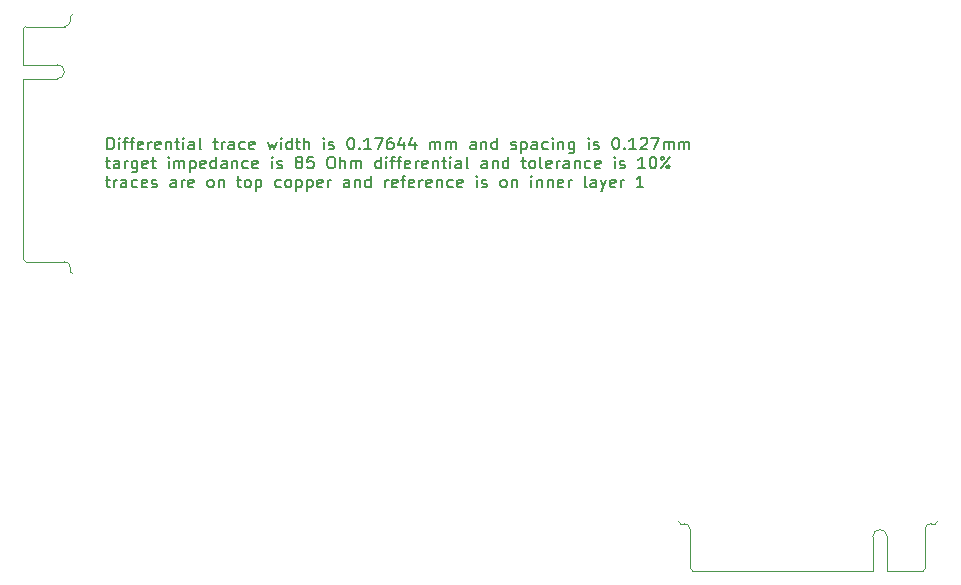
<source format=gbr>
%TF.GenerationSoftware,KiCad,Pcbnew,9.0.0*%
%TF.CreationDate,2025-04-16T12:40:20-04:00*%
%TF.ProjectId,Interposer_Board_IOCrest,496e7465-7270-46f7-9365-725f426f6172,rev?*%
%TF.SameCoordinates,Original*%
%TF.FileFunction,Other,User*%
%FSLAX46Y46*%
G04 Gerber Fmt 4.6, Leading zero omitted, Abs format (unit mm)*
G04 Created by KiCad (PCBNEW 9.0.0) date 2025-04-16 12:40:20*
%MOMM*%
%LPD*%
G01*
G04 APERTURE LIST*
%ADD10C,0.150000*%
%ADD11C,0.050000*%
G04 APERTURE END LIST*
D10*
X107958879Y-62680531D02*
X107958879Y-61680531D01*
X107958879Y-61680531D02*
X108196974Y-61680531D01*
X108196974Y-61680531D02*
X108339831Y-61728150D01*
X108339831Y-61728150D02*
X108435069Y-61823388D01*
X108435069Y-61823388D02*
X108482688Y-61918626D01*
X108482688Y-61918626D02*
X108530307Y-62109102D01*
X108530307Y-62109102D02*
X108530307Y-62251959D01*
X108530307Y-62251959D02*
X108482688Y-62442435D01*
X108482688Y-62442435D02*
X108435069Y-62537673D01*
X108435069Y-62537673D02*
X108339831Y-62632912D01*
X108339831Y-62632912D02*
X108196974Y-62680531D01*
X108196974Y-62680531D02*
X107958879Y-62680531D01*
X108958879Y-62680531D02*
X108958879Y-62013864D01*
X108958879Y-61680531D02*
X108911260Y-61728150D01*
X108911260Y-61728150D02*
X108958879Y-61775769D01*
X108958879Y-61775769D02*
X109006498Y-61728150D01*
X109006498Y-61728150D02*
X108958879Y-61680531D01*
X108958879Y-61680531D02*
X108958879Y-61775769D01*
X109292212Y-62013864D02*
X109673164Y-62013864D01*
X109435069Y-62680531D02*
X109435069Y-61823388D01*
X109435069Y-61823388D02*
X109482688Y-61728150D01*
X109482688Y-61728150D02*
X109577926Y-61680531D01*
X109577926Y-61680531D02*
X109673164Y-61680531D01*
X109863641Y-62013864D02*
X110244593Y-62013864D01*
X110006498Y-62680531D02*
X110006498Y-61823388D01*
X110006498Y-61823388D02*
X110054117Y-61728150D01*
X110054117Y-61728150D02*
X110149355Y-61680531D01*
X110149355Y-61680531D02*
X110244593Y-61680531D01*
X110958879Y-62632912D02*
X110863641Y-62680531D01*
X110863641Y-62680531D02*
X110673165Y-62680531D01*
X110673165Y-62680531D02*
X110577927Y-62632912D01*
X110577927Y-62632912D02*
X110530308Y-62537673D01*
X110530308Y-62537673D02*
X110530308Y-62156721D01*
X110530308Y-62156721D02*
X110577927Y-62061483D01*
X110577927Y-62061483D02*
X110673165Y-62013864D01*
X110673165Y-62013864D02*
X110863641Y-62013864D01*
X110863641Y-62013864D02*
X110958879Y-62061483D01*
X110958879Y-62061483D02*
X111006498Y-62156721D01*
X111006498Y-62156721D02*
X111006498Y-62251959D01*
X111006498Y-62251959D02*
X110530308Y-62347197D01*
X111435070Y-62680531D02*
X111435070Y-62013864D01*
X111435070Y-62204340D02*
X111482689Y-62109102D01*
X111482689Y-62109102D02*
X111530308Y-62061483D01*
X111530308Y-62061483D02*
X111625546Y-62013864D01*
X111625546Y-62013864D02*
X111720784Y-62013864D01*
X112435070Y-62632912D02*
X112339832Y-62680531D01*
X112339832Y-62680531D02*
X112149356Y-62680531D01*
X112149356Y-62680531D02*
X112054118Y-62632912D01*
X112054118Y-62632912D02*
X112006499Y-62537673D01*
X112006499Y-62537673D02*
X112006499Y-62156721D01*
X112006499Y-62156721D02*
X112054118Y-62061483D01*
X112054118Y-62061483D02*
X112149356Y-62013864D01*
X112149356Y-62013864D02*
X112339832Y-62013864D01*
X112339832Y-62013864D02*
X112435070Y-62061483D01*
X112435070Y-62061483D02*
X112482689Y-62156721D01*
X112482689Y-62156721D02*
X112482689Y-62251959D01*
X112482689Y-62251959D02*
X112006499Y-62347197D01*
X112911261Y-62013864D02*
X112911261Y-62680531D01*
X112911261Y-62109102D02*
X112958880Y-62061483D01*
X112958880Y-62061483D02*
X113054118Y-62013864D01*
X113054118Y-62013864D02*
X113196975Y-62013864D01*
X113196975Y-62013864D02*
X113292213Y-62061483D01*
X113292213Y-62061483D02*
X113339832Y-62156721D01*
X113339832Y-62156721D02*
X113339832Y-62680531D01*
X113673166Y-62013864D02*
X114054118Y-62013864D01*
X113816023Y-61680531D02*
X113816023Y-62537673D01*
X113816023Y-62537673D02*
X113863642Y-62632912D01*
X113863642Y-62632912D02*
X113958880Y-62680531D01*
X113958880Y-62680531D02*
X114054118Y-62680531D01*
X114387452Y-62680531D02*
X114387452Y-62013864D01*
X114387452Y-61680531D02*
X114339833Y-61728150D01*
X114339833Y-61728150D02*
X114387452Y-61775769D01*
X114387452Y-61775769D02*
X114435071Y-61728150D01*
X114435071Y-61728150D02*
X114387452Y-61680531D01*
X114387452Y-61680531D02*
X114387452Y-61775769D01*
X115292213Y-62680531D02*
X115292213Y-62156721D01*
X115292213Y-62156721D02*
X115244594Y-62061483D01*
X115244594Y-62061483D02*
X115149356Y-62013864D01*
X115149356Y-62013864D02*
X114958880Y-62013864D01*
X114958880Y-62013864D02*
X114863642Y-62061483D01*
X115292213Y-62632912D02*
X115196975Y-62680531D01*
X115196975Y-62680531D02*
X114958880Y-62680531D01*
X114958880Y-62680531D02*
X114863642Y-62632912D01*
X114863642Y-62632912D02*
X114816023Y-62537673D01*
X114816023Y-62537673D02*
X114816023Y-62442435D01*
X114816023Y-62442435D02*
X114863642Y-62347197D01*
X114863642Y-62347197D02*
X114958880Y-62299578D01*
X114958880Y-62299578D02*
X115196975Y-62299578D01*
X115196975Y-62299578D02*
X115292213Y-62251959D01*
X115911261Y-62680531D02*
X115816023Y-62632912D01*
X115816023Y-62632912D02*
X115768404Y-62537673D01*
X115768404Y-62537673D02*
X115768404Y-61680531D01*
X116911262Y-62013864D02*
X117292214Y-62013864D01*
X117054119Y-61680531D02*
X117054119Y-62537673D01*
X117054119Y-62537673D02*
X117101738Y-62632912D01*
X117101738Y-62632912D02*
X117196976Y-62680531D01*
X117196976Y-62680531D02*
X117292214Y-62680531D01*
X117625548Y-62680531D02*
X117625548Y-62013864D01*
X117625548Y-62204340D02*
X117673167Y-62109102D01*
X117673167Y-62109102D02*
X117720786Y-62061483D01*
X117720786Y-62061483D02*
X117816024Y-62013864D01*
X117816024Y-62013864D02*
X117911262Y-62013864D01*
X118673167Y-62680531D02*
X118673167Y-62156721D01*
X118673167Y-62156721D02*
X118625548Y-62061483D01*
X118625548Y-62061483D02*
X118530310Y-62013864D01*
X118530310Y-62013864D02*
X118339834Y-62013864D01*
X118339834Y-62013864D02*
X118244596Y-62061483D01*
X118673167Y-62632912D02*
X118577929Y-62680531D01*
X118577929Y-62680531D02*
X118339834Y-62680531D01*
X118339834Y-62680531D02*
X118244596Y-62632912D01*
X118244596Y-62632912D02*
X118196977Y-62537673D01*
X118196977Y-62537673D02*
X118196977Y-62442435D01*
X118196977Y-62442435D02*
X118244596Y-62347197D01*
X118244596Y-62347197D02*
X118339834Y-62299578D01*
X118339834Y-62299578D02*
X118577929Y-62299578D01*
X118577929Y-62299578D02*
X118673167Y-62251959D01*
X119577929Y-62632912D02*
X119482691Y-62680531D01*
X119482691Y-62680531D02*
X119292215Y-62680531D01*
X119292215Y-62680531D02*
X119196977Y-62632912D01*
X119196977Y-62632912D02*
X119149358Y-62585292D01*
X119149358Y-62585292D02*
X119101739Y-62490054D01*
X119101739Y-62490054D02*
X119101739Y-62204340D01*
X119101739Y-62204340D02*
X119149358Y-62109102D01*
X119149358Y-62109102D02*
X119196977Y-62061483D01*
X119196977Y-62061483D02*
X119292215Y-62013864D01*
X119292215Y-62013864D02*
X119482691Y-62013864D01*
X119482691Y-62013864D02*
X119577929Y-62061483D01*
X120387453Y-62632912D02*
X120292215Y-62680531D01*
X120292215Y-62680531D02*
X120101739Y-62680531D01*
X120101739Y-62680531D02*
X120006501Y-62632912D01*
X120006501Y-62632912D02*
X119958882Y-62537673D01*
X119958882Y-62537673D02*
X119958882Y-62156721D01*
X119958882Y-62156721D02*
X120006501Y-62061483D01*
X120006501Y-62061483D02*
X120101739Y-62013864D01*
X120101739Y-62013864D02*
X120292215Y-62013864D01*
X120292215Y-62013864D02*
X120387453Y-62061483D01*
X120387453Y-62061483D02*
X120435072Y-62156721D01*
X120435072Y-62156721D02*
X120435072Y-62251959D01*
X120435072Y-62251959D02*
X119958882Y-62347197D01*
X121530311Y-62013864D02*
X121720787Y-62680531D01*
X121720787Y-62680531D02*
X121911263Y-62204340D01*
X121911263Y-62204340D02*
X122101739Y-62680531D01*
X122101739Y-62680531D02*
X122292215Y-62013864D01*
X122673168Y-62680531D02*
X122673168Y-62013864D01*
X122673168Y-61680531D02*
X122625549Y-61728150D01*
X122625549Y-61728150D02*
X122673168Y-61775769D01*
X122673168Y-61775769D02*
X122720787Y-61728150D01*
X122720787Y-61728150D02*
X122673168Y-61680531D01*
X122673168Y-61680531D02*
X122673168Y-61775769D01*
X123577929Y-62680531D02*
X123577929Y-61680531D01*
X123577929Y-62632912D02*
X123482691Y-62680531D01*
X123482691Y-62680531D02*
X123292215Y-62680531D01*
X123292215Y-62680531D02*
X123196977Y-62632912D01*
X123196977Y-62632912D02*
X123149358Y-62585292D01*
X123149358Y-62585292D02*
X123101739Y-62490054D01*
X123101739Y-62490054D02*
X123101739Y-62204340D01*
X123101739Y-62204340D02*
X123149358Y-62109102D01*
X123149358Y-62109102D02*
X123196977Y-62061483D01*
X123196977Y-62061483D02*
X123292215Y-62013864D01*
X123292215Y-62013864D02*
X123482691Y-62013864D01*
X123482691Y-62013864D02*
X123577929Y-62061483D01*
X123911263Y-62013864D02*
X124292215Y-62013864D01*
X124054120Y-61680531D02*
X124054120Y-62537673D01*
X124054120Y-62537673D02*
X124101739Y-62632912D01*
X124101739Y-62632912D02*
X124196977Y-62680531D01*
X124196977Y-62680531D02*
X124292215Y-62680531D01*
X124625549Y-62680531D02*
X124625549Y-61680531D01*
X125054120Y-62680531D02*
X125054120Y-62156721D01*
X125054120Y-62156721D02*
X125006501Y-62061483D01*
X125006501Y-62061483D02*
X124911263Y-62013864D01*
X124911263Y-62013864D02*
X124768406Y-62013864D01*
X124768406Y-62013864D02*
X124673168Y-62061483D01*
X124673168Y-62061483D02*
X124625549Y-62109102D01*
X126292216Y-62680531D02*
X126292216Y-62013864D01*
X126292216Y-61680531D02*
X126244597Y-61728150D01*
X126244597Y-61728150D02*
X126292216Y-61775769D01*
X126292216Y-61775769D02*
X126339835Y-61728150D01*
X126339835Y-61728150D02*
X126292216Y-61680531D01*
X126292216Y-61680531D02*
X126292216Y-61775769D01*
X126720787Y-62632912D02*
X126816025Y-62680531D01*
X126816025Y-62680531D02*
X127006501Y-62680531D01*
X127006501Y-62680531D02*
X127101739Y-62632912D01*
X127101739Y-62632912D02*
X127149358Y-62537673D01*
X127149358Y-62537673D02*
X127149358Y-62490054D01*
X127149358Y-62490054D02*
X127101739Y-62394816D01*
X127101739Y-62394816D02*
X127006501Y-62347197D01*
X127006501Y-62347197D02*
X126863644Y-62347197D01*
X126863644Y-62347197D02*
X126768406Y-62299578D01*
X126768406Y-62299578D02*
X126720787Y-62204340D01*
X126720787Y-62204340D02*
X126720787Y-62156721D01*
X126720787Y-62156721D02*
X126768406Y-62061483D01*
X126768406Y-62061483D02*
X126863644Y-62013864D01*
X126863644Y-62013864D02*
X127006501Y-62013864D01*
X127006501Y-62013864D02*
X127101739Y-62061483D01*
X128530311Y-61680531D02*
X128625549Y-61680531D01*
X128625549Y-61680531D02*
X128720787Y-61728150D01*
X128720787Y-61728150D02*
X128768406Y-61775769D01*
X128768406Y-61775769D02*
X128816025Y-61871007D01*
X128816025Y-61871007D02*
X128863644Y-62061483D01*
X128863644Y-62061483D02*
X128863644Y-62299578D01*
X128863644Y-62299578D02*
X128816025Y-62490054D01*
X128816025Y-62490054D02*
X128768406Y-62585292D01*
X128768406Y-62585292D02*
X128720787Y-62632912D01*
X128720787Y-62632912D02*
X128625549Y-62680531D01*
X128625549Y-62680531D02*
X128530311Y-62680531D01*
X128530311Y-62680531D02*
X128435073Y-62632912D01*
X128435073Y-62632912D02*
X128387454Y-62585292D01*
X128387454Y-62585292D02*
X128339835Y-62490054D01*
X128339835Y-62490054D02*
X128292216Y-62299578D01*
X128292216Y-62299578D02*
X128292216Y-62061483D01*
X128292216Y-62061483D02*
X128339835Y-61871007D01*
X128339835Y-61871007D02*
X128387454Y-61775769D01*
X128387454Y-61775769D02*
X128435073Y-61728150D01*
X128435073Y-61728150D02*
X128530311Y-61680531D01*
X129292216Y-62585292D02*
X129339835Y-62632912D01*
X129339835Y-62632912D02*
X129292216Y-62680531D01*
X129292216Y-62680531D02*
X129244597Y-62632912D01*
X129244597Y-62632912D02*
X129292216Y-62585292D01*
X129292216Y-62585292D02*
X129292216Y-62680531D01*
X130292215Y-62680531D02*
X129720787Y-62680531D01*
X130006501Y-62680531D02*
X130006501Y-61680531D01*
X130006501Y-61680531D02*
X129911263Y-61823388D01*
X129911263Y-61823388D02*
X129816025Y-61918626D01*
X129816025Y-61918626D02*
X129720787Y-61966245D01*
X130625549Y-61680531D02*
X131292215Y-61680531D01*
X131292215Y-61680531D02*
X130863644Y-62680531D01*
X132101739Y-61680531D02*
X131911263Y-61680531D01*
X131911263Y-61680531D02*
X131816025Y-61728150D01*
X131816025Y-61728150D02*
X131768406Y-61775769D01*
X131768406Y-61775769D02*
X131673168Y-61918626D01*
X131673168Y-61918626D02*
X131625549Y-62109102D01*
X131625549Y-62109102D02*
X131625549Y-62490054D01*
X131625549Y-62490054D02*
X131673168Y-62585292D01*
X131673168Y-62585292D02*
X131720787Y-62632912D01*
X131720787Y-62632912D02*
X131816025Y-62680531D01*
X131816025Y-62680531D02*
X132006501Y-62680531D01*
X132006501Y-62680531D02*
X132101739Y-62632912D01*
X132101739Y-62632912D02*
X132149358Y-62585292D01*
X132149358Y-62585292D02*
X132196977Y-62490054D01*
X132196977Y-62490054D02*
X132196977Y-62251959D01*
X132196977Y-62251959D02*
X132149358Y-62156721D01*
X132149358Y-62156721D02*
X132101739Y-62109102D01*
X132101739Y-62109102D02*
X132006501Y-62061483D01*
X132006501Y-62061483D02*
X131816025Y-62061483D01*
X131816025Y-62061483D02*
X131720787Y-62109102D01*
X131720787Y-62109102D02*
X131673168Y-62156721D01*
X131673168Y-62156721D02*
X131625549Y-62251959D01*
X133054120Y-62013864D02*
X133054120Y-62680531D01*
X132816025Y-61632912D02*
X132577930Y-62347197D01*
X132577930Y-62347197D02*
X133196977Y-62347197D01*
X134006501Y-62013864D02*
X134006501Y-62680531D01*
X133768406Y-61632912D02*
X133530311Y-62347197D01*
X133530311Y-62347197D02*
X134149358Y-62347197D01*
X135292216Y-62680531D02*
X135292216Y-62013864D01*
X135292216Y-62109102D02*
X135339835Y-62061483D01*
X135339835Y-62061483D02*
X135435073Y-62013864D01*
X135435073Y-62013864D02*
X135577930Y-62013864D01*
X135577930Y-62013864D02*
X135673168Y-62061483D01*
X135673168Y-62061483D02*
X135720787Y-62156721D01*
X135720787Y-62156721D02*
X135720787Y-62680531D01*
X135720787Y-62156721D02*
X135768406Y-62061483D01*
X135768406Y-62061483D02*
X135863644Y-62013864D01*
X135863644Y-62013864D02*
X136006501Y-62013864D01*
X136006501Y-62013864D02*
X136101740Y-62061483D01*
X136101740Y-62061483D02*
X136149359Y-62156721D01*
X136149359Y-62156721D02*
X136149359Y-62680531D01*
X136625549Y-62680531D02*
X136625549Y-62013864D01*
X136625549Y-62109102D02*
X136673168Y-62061483D01*
X136673168Y-62061483D02*
X136768406Y-62013864D01*
X136768406Y-62013864D02*
X136911263Y-62013864D01*
X136911263Y-62013864D02*
X137006501Y-62061483D01*
X137006501Y-62061483D02*
X137054120Y-62156721D01*
X137054120Y-62156721D02*
X137054120Y-62680531D01*
X137054120Y-62156721D02*
X137101739Y-62061483D01*
X137101739Y-62061483D02*
X137196977Y-62013864D01*
X137196977Y-62013864D02*
X137339834Y-62013864D01*
X137339834Y-62013864D02*
X137435073Y-62061483D01*
X137435073Y-62061483D02*
X137482692Y-62156721D01*
X137482692Y-62156721D02*
X137482692Y-62680531D01*
X139149358Y-62680531D02*
X139149358Y-62156721D01*
X139149358Y-62156721D02*
X139101739Y-62061483D01*
X139101739Y-62061483D02*
X139006501Y-62013864D01*
X139006501Y-62013864D02*
X138816025Y-62013864D01*
X138816025Y-62013864D02*
X138720787Y-62061483D01*
X139149358Y-62632912D02*
X139054120Y-62680531D01*
X139054120Y-62680531D02*
X138816025Y-62680531D01*
X138816025Y-62680531D02*
X138720787Y-62632912D01*
X138720787Y-62632912D02*
X138673168Y-62537673D01*
X138673168Y-62537673D02*
X138673168Y-62442435D01*
X138673168Y-62442435D02*
X138720787Y-62347197D01*
X138720787Y-62347197D02*
X138816025Y-62299578D01*
X138816025Y-62299578D02*
X139054120Y-62299578D01*
X139054120Y-62299578D02*
X139149358Y-62251959D01*
X139625549Y-62013864D02*
X139625549Y-62680531D01*
X139625549Y-62109102D02*
X139673168Y-62061483D01*
X139673168Y-62061483D02*
X139768406Y-62013864D01*
X139768406Y-62013864D02*
X139911263Y-62013864D01*
X139911263Y-62013864D02*
X140006501Y-62061483D01*
X140006501Y-62061483D02*
X140054120Y-62156721D01*
X140054120Y-62156721D02*
X140054120Y-62680531D01*
X140958882Y-62680531D02*
X140958882Y-61680531D01*
X140958882Y-62632912D02*
X140863644Y-62680531D01*
X140863644Y-62680531D02*
X140673168Y-62680531D01*
X140673168Y-62680531D02*
X140577930Y-62632912D01*
X140577930Y-62632912D02*
X140530311Y-62585292D01*
X140530311Y-62585292D02*
X140482692Y-62490054D01*
X140482692Y-62490054D02*
X140482692Y-62204340D01*
X140482692Y-62204340D02*
X140530311Y-62109102D01*
X140530311Y-62109102D02*
X140577930Y-62061483D01*
X140577930Y-62061483D02*
X140673168Y-62013864D01*
X140673168Y-62013864D02*
X140863644Y-62013864D01*
X140863644Y-62013864D02*
X140958882Y-62061483D01*
X142149359Y-62632912D02*
X142244597Y-62680531D01*
X142244597Y-62680531D02*
X142435073Y-62680531D01*
X142435073Y-62680531D02*
X142530311Y-62632912D01*
X142530311Y-62632912D02*
X142577930Y-62537673D01*
X142577930Y-62537673D02*
X142577930Y-62490054D01*
X142577930Y-62490054D02*
X142530311Y-62394816D01*
X142530311Y-62394816D02*
X142435073Y-62347197D01*
X142435073Y-62347197D02*
X142292216Y-62347197D01*
X142292216Y-62347197D02*
X142196978Y-62299578D01*
X142196978Y-62299578D02*
X142149359Y-62204340D01*
X142149359Y-62204340D02*
X142149359Y-62156721D01*
X142149359Y-62156721D02*
X142196978Y-62061483D01*
X142196978Y-62061483D02*
X142292216Y-62013864D01*
X142292216Y-62013864D02*
X142435073Y-62013864D01*
X142435073Y-62013864D02*
X142530311Y-62061483D01*
X143006502Y-62013864D02*
X143006502Y-63013864D01*
X143006502Y-62061483D02*
X143101740Y-62013864D01*
X143101740Y-62013864D02*
X143292216Y-62013864D01*
X143292216Y-62013864D02*
X143387454Y-62061483D01*
X143387454Y-62061483D02*
X143435073Y-62109102D01*
X143435073Y-62109102D02*
X143482692Y-62204340D01*
X143482692Y-62204340D02*
X143482692Y-62490054D01*
X143482692Y-62490054D02*
X143435073Y-62585292D01*
X143435073Y-62585292D02*
X143387454Y-62632912D01*
X143387454Y-62632912D02*
X143292216Y-62680531D01*
X143292216Y-62680531D02*
X143101740Y-62680531D01*
X143101740Y-62680531D02*
X143006502Y-62632912D01*
X144339835Y-62680531D02*
X144339835Y-62156721D01*
X144339835Y-62156721D02*
X144292216Y-62061483D01*
X144292216Y-62061483D02*
X144196978Y-62013864D01*
X144196978Y-62013864D02*
X144006502Y-62013864D01*
X144006502Y-62013864D02*
X143911264Y-62061483D01*
X144339835Y-62632912D02*
X144244597Y-62680531D01*
X144244597Y-62680531D02*
X144006502Y-62680531D01*
X144006502Y-62680531D02*
X143911264Y-62632912D01*
X143911264Y-62632912D02*
X143863645Y-62537673D01*
X143863645Y-62537673D02*
X143863645Y-62442435D01*
X143863645Y-62442435D02*
X143911264Y-62347197D01*
X143911264Y-62347197D02*
X144006502Y-62299578D01*
X144006502Y-62299578D02*
X144244597Y-62299578D01*
X144244597Y-62299578D02*
X144339835Y-62251959D01*
X145244597Y-62632912D02*
X145149359Y-62680531D01*
X145149359Y-62680531D02*
X144958883Y-62680531D01*
X144958883Y-62680531D02*
X144863645Y-62632912D01*
X144863645Y-62632912D02*
X144816026Y-62585292D01*
X144816026Y-62585292D02*
X144768407Y-62490054D01*
X144768407Y-62490054D02*
X144768407Y-62204340D01*
X144768407Y-62204340D02*
X144816026Y-62109102D01*
X144816026Y-62109102D02*
X144863645Y-62061483D01*
X144863645Y-62061483D02*
X144958883Y-62013864D01*
X144958883Y-62013864D02*
X145149359Y-62013864D01*
X145149359Y-62013864D02*
X145244597Y-62061483D01*
X145673169Y-62680531D02*
X145673169Y-62013864D01*
X145673169Y-61680531D02*
X145625550Y-61728150D01*
X145625550Y-61728150D02*
X145673169Y-61775769D01*
X145673169Y-61775769D02*
X145720788Y-61728150D01*
X145720788Y-61728150D02*
X145673169Y-61680531D01*
X145673169Y-61680531D02*
X145673169Y-61775769D01*
X146149359Y-62013864D02*
X146149359Y-62680531D01*
X146149359Y-62109102D02*
X146196978Y-62061483D01*
X146196978Y-62061483D02*
X146292216Y-62013864D01*
X146292216Y-62013864D02*
X146435073Y-62013864D01*
X146435073Y-62013864D02*
X146530311Y-62061483D01*
X146530311Y-62061483D02*
X146577930Y-62156721D01*
X146577930Y-62156721D02*
X146577930Y-62680531D01*
X147482692Y-62013864D02*
X147482692Y-62823388D01*
X147482692Y-62823388D02*
X147435073Y-62918626D01*
X147435073Y-62918626D02*
X147387454Y-62966245D01*
X147387454Y-62966245D02*
X147292216Y-63013864D01*
X147292216Y-63013864D02*
X147149359Y-63013864D01*
X147149359Y-63013864D02*
X147054121Y-62966245D01*
X147482692Y-62632912D02*
X147387454Y-62680531D01*
X147387454Y-62680531D02*
X147196978Y-62680531D01*
X147196978Y-62680531D02*
X147101740Y-62632912D01*
X147101740Y-62632912D02*
X147054121Y-62585292D01*
X147054121Y-62585292D02*
X147006502Y-62490054D01*
X147006502Y-62490054D02*
X147006502Y-62204340D01*
X147006502Y-62204340D02*
X147054121Y-62109102D01*
X147054121Y-62109102D02*
X147101740Y-62061483D01*
X147101740Y-62061483D02*
X147196978Y-62013864D01*
X147196978Y-62013864D02*
X147387454Y-62013864D01*
X147387454Y-62013864D02*
X147482692Y-62061483D01*
X148720788Y-62680531D02*
X148720788Y-62013864D01*
X148720788Y-61680531D02*
X148673169Y-61728150D01*
X148673169Y-61728150D02*
X148720788Y-61775769D01*
X148720788Y-61775769D02*
X148768407Y-61728150D01*
X148768407Y-61728150D02*
X148720788Y-61680531D01*
X148720788Y-61680531D02*
X148720788Y-61775769D01*
X149149359Y-62632912D02*
X149244597Y-62680531D01*
X149244597Y-62680531D02*
X149435073Y-62680531D01*
X149435073Y-62680531D02*
X149530311Y-62632912D01*
X149530311Y-62632912D02*
X149577930Y-62537673D01*
X149577930Y-62537673D02*
X149577930Y-62490054D01*
X149577930Y-62490054D02*
X149530311Y-62394816D01*
X149530311Y-62394816D02*
X149435073Y-62347197D01*
X149435073Y-62347197D02*
X149292216Y-62347197D01*
X149292216Y-62347197D02*
X149196978Y-62299578D01*
X149196978Y-62299578D02*
X149149359Y-62204340D01*
X149149359Y-62204340D02*
X149149359Y-62156721D01*
X149149359Y-62156721D02*
X149196978Y-62061483D01*
X149196978Y-62061483D02*
X149292216Y-62013864D01*
X149292216Y-62013864D02*
X149435073Y-62013864D01*
X149435073Y-62013864D02*
X149530311Y-62061483D01*
X150958883Y-61680531D02*
X151054121Y-61680531D01*
X151054121Y-61680531D02*
X151149359Y-61728150D01*
X151149359Y-61728150D02*
X151196978Y-61775769D01*
X151196978Y-61775769D02*
X151244597Y-61871007D01*
X151244597Y-61871007D02*
X151292216Y-62061483D01*
X151292216Y-62061483D02*
X151292216Y-62299578D01*
X151292216Y-62299578D02*
X151244597Y-62490054D01*
X151244597Y-62490054D02*
X151196978Y-62585292D01*
X151196978Y-62585292D02*
X151149359Y-62632912D01*
X151149359Y-62632912D02*
X151054121Y-62680531D01*
X151054121Y-62680531D02*
X150958883Y-62680531D01*
X150958883Y-62680531D02*
X150863645Y-62632912D01*
X150863645Y-62632912D02*
X150816026Y-62585292D01*
X150816026Y-62585292D02*
X150768407Y-62490054D01*
X150768407Y-62490054D02*
X150720788Y-62299578D01*
X150720788Y-62299578D02*
X150720788Y-62061483D01*
X150720788Y-62061483D02*
X150768407Y-61871007D01*
X150768407Y-61871007D02*
X150816026Y-61775769D01*
X150816026Y-61775769D02*
X150863645Y-61728150D01*
X150863645Y-61728150D02*
X150958883Y-61680531D01*
X151720788Y-62585292D02*
X151768407Y-62632912D01*
X151768407Y-62632912D02*
X151720788Y-62680531D01*
X151720788Y-62680531D02*
X151673169Y-62632912D01*
X151673169Y-62632912D02*
X151720788Y-62585292D01*
X151720788Y-62585292D02*
X151720788Y-62680531D01*
X152720787Y-62680531D02*
X152149359Y-62680531D01*
X152435073Y-62680531D02*
X152435073Y-61680531D01*
X152435073Y-61680531D02*
X152339835Y-61823388D01*
X152339835Y-61823388D02*
X152244597Y-61918626D01*
X152244597Y-61918626D02*
X152149359Y-61966245D01*
X153101740Y-61775769D02*
X153149359Y-61728150D01*
X153149359Y-61728150D02*
X153244597Y-61680531D01*
X153244597Y-61680531D02*
X153482692Y-61680531D01*
X153482692Y-61680531D02*
X153577930Y-61728150D01*
X153577930Y-61728150D02*
X153625549Y-61775769D01*
X153625549Y-61775769D02*
X153673168Y-61871007D01*
X153673168Y-61871007D02*
X153673168Y-61966245D01*
X153673168Y-61966245D02*
X153625549Y-62109102D01*
X153625549Y-62109102D02*
X153054121Y-62680531D01*
X153054121Y-62680531D02*
X153673168Y-62680531D01*
X154006502Y-61680531D02*
X154673168Y-61680531D01*
X154673168Y-61680531D02*
X154244597Y-62680531D01*
X155054121Y-62680531D02*
X155054121Y-62013864D01*
X155054121Y-62109102D02*
X155101740Y-62061483D01*
X155101740Y-62061483D02*
X155196978Y-62013864D01*
X155196978Y-62013864D02*
X155339835Y-62013864D01*
X155339835Y-62013864D02*
X155435073Y-62061483D01*
X155435073Y-62061483D02*
X155482692Y-62156721D01*
X155482692Y-62156721D02*
X155482692Y-62680531D01*
X155482692Y-62156721D02*
X155530311Y-62061483D01*
X155530311Y-62061483D02*
X155625549Y-62013864D01*
X155625549Y-62013864D02*
X155768406Y-62013864D01*
X155768406Y-62013864D02*
X155863645Y-62061483D01*
X155863645Y-62061483D02*
X155911264Y-62156721D01*
X155911264Y-62156721D02*
X155911264Y-62680531D01*
X156387454Y-62680531D02*
X156387454Y-62013864D01*
X156387454Y-62109102D02*
X156435073Y-62061483D01*
X156435073Y-62061483D02*
X156530311Y-62013864D01*
X156530311Y-62013864D02*
X156673168Y-62013864D01*
X156673168Y-62013864D02*
X156768406Y-62061483D01*
X156768406Y-62061483D02*
X156816025Y-62156721D01*
X156816025Y-62156721D02*
X156816025Y-62680531D01*
X156816025Y-62156721D02*
X156863644Y-62061483D01*
X156863644Y-62061483D02*
X156958882Y-62013864D01*
X156958882Y-62013864D02*
X157101739Y-62013864D01*
X157101739Y-62013864D02*
X157196978Y-62061483D01*
X157196978Y-62061483D02*
X157244597Y-62156721D01*
X157244597Y-62156721D02*
X157244597Y-62680531D01*
X107816022Y-63623808D02*
X108196974Y-63623808D01*
X107958879Y-63290475D02*
X107958879Y-64147617D01*
X107958879Y-64147617D02*
X108006498Y-64242856D01*
X108006498Y-64242856D02*
X108101736Y-64290475D01*
X108101736Y-64290475D02*
X108196974Y-64290475D01*
X108958879Y-64290475D02*
X108958879Y-63766665D01*
X108958879Y-63766665D02*
X108911260Y-63671427D01*
X108911260Y-63671427D02*
X108816022Y-63623808D01*
X108816022Y-63623808D02*
X108625546Y-63623808D01*
X108625546Y-63623808D02*
X108530308Y-63671427D01*
X108958879Y-64242856D02*
X108863641Y-64290475D01*
X108863641Y-64290475D02*
X108625546Y-64290475D01*
X108625546Y-64290475D02*
X108530308Y-64242856D01*
X108530308Y-64242856D02*
X108482689Y-64147617D01*
X108482689Y-64147617D02*
X108482689Y-64052379D01*
X108482689Y-64052379D02*
X108530308Y-63957141D01*
X108530308Y-63957141D02*
X108625546Y-63909522D01*
X108625546Y-63909522D02*
X108863641Y-63909522D01*
X108863641Y-63909522D02*
X108958879Y-63861903D01*
X109435070Y-64290475D02*
X109435070Y-63623808D01*
X109435070Y-63814284D02*
X109482689Y-63719046D01*
X109482689Y-63719046D02*
X109530308Y-63671427D01*
X109530308Y-63671427D02*
X109625546Y-63623808D01*
X109625546Y-63623808D02*
X109720784Y-63623808D01*
X110482689Y-63623808D02*
X110482689Y-64433332D01*
X110482689Y-64433332D02*
X110435070Y-64528570D01*
X110435070Y-64528570D02*
X110387451Y-64576189D01*
X110387451Y-64576189D02*
X110292213Y-64623808D01*
X110292213Y-64623808D02*
X110149356Y-64623808D01*
X110149356Y-64623808D02*
X110054118Y-64576189D01*
X110482689Y-64242856D02*
X110387451Y-64290475D01*
X110387451Y-64290475D02*
X110196975Y-64290475D01*
X110196975Y-64290475D02*
X110101737Y-64242856D01*
X110101737Y-64242856D02*
X110054118Y-64195236D01*
X110054118Y-64195236D02*
X110006499Y-64099998D01*
X110006499Y-64099998D02*
X110006499Y-63814284D01*
X110006499Y-63814284D02*
X110054118Y-63719046D01*
X110054118Y-63719046D02*
X110101737Y-63671427D01*
X110101737Y-63671427D02*
X110196975Y-63623808D01*
X110196975Y-63623808D02*
X110387451Y-63623808D01*
X110387451Y-63623808D02*
X110482689Y-63671427D01*
X111339832Y-64242856D02*
X111244594Y-64290475D01*
X111244594Y-64290475D02*
X111054118Y-64290475D01*
X111054118Y-64290475D02*
X110958880Y-64242856D01*
X110958880Y-64242856D02*
X110911261Y-64147617D01*
X110911261Y-64147617D02*
X110911261Y-63766665D01*
X110911261Y-63766665D02*
X110958880Y-63671427D01*
X110958880Y-63671427D02*
X111054118Y-63623808D01*
X111054118Y-63623808D02*
X111244594Y-63623808D01*
X111244594Y-63623808D02*
X111339832Y-63671427D01*
X111339832Y-63671427D02*
X111387451Y-63766665D01*
X111387451Y-63766665D02*
X111387451Y-63861903D01*
X111387451Y-63861903D02*
X110911261Y-63957141D01*
X111673166Y-63623808D02*
X112054118Y-63623808D01*
X111816023Y-63290475D02*
X111816023Y-64147617D01*
X111816023Y-64147617D02*
X111863642Y-64242856D01*
X111863642Y-64242856D02*
X111958880Y-64290475D01*
X111958880Y-64290475D02*
X112054118Y-64290475D01*
X113149357Y-64290475D02*
X113149357Y-63623808D01*
X113149357Y-63290475D02*
X113101738Y-63338094D01*
X113101738Y-63338094D02*
X113149357Y-63385713D01*
X113149357Y-63385713D02*
X113196976Y-63338094D01*
X113196976Y-63338094D02*
X113149357Y-63290475D01*
X113149357Y-63290475D02*
X113149357Y-63385713D01*
X113625547Y-64290475D02*
X113625547Y-63623808D01*
X113625547Y-63719046D02*
X113673166Y-63671427D01*
X113673166Y-63671427D02*
X113768404Y-63623808D01*
X113768404Y-63623808D02*
X113911261Y-63623808D01*
X113911261Y-63623808D02*
X114006499Y-63671427D01*
X114006499Y-63671427D02*
X114054118Y-63766665D01*
X114054118Y-63766665D02*
X114054118Y-64290475D01*
X114054118Y-63766665D02*
X114101737Y-63671427D01*
X114101737Y-63671427D02*
X114196975Y-63623808D01*
X114196975Y-63623808D02*
X114339832Y-63623808D01*
X114339832Y-63623808D02*
X114435071Y-63671427D01*
X114435071Y-63671427D02*
X114482690Y-63766665D01*
X114482690Y-63766665D02*
X114482690Y-64290475D01*
X114958880Y-63623808D02*
X114958880Y-64623808D01*
X114958880Y-63671427D02*
X115054118Y-63623808D01*
X115054118Y-63623808D02*
X115244594Y-63623808D01*
X115244594Y-63623808D02*
X115339832Y-63671427D01*
X115339832Y-63671427D02*
X115387451Y-63719046D01*
X115387451Y-63719046D02*
X115435070Y-63814284D01*
X115435070Y-63814284D02*
X115435070Y-64099998D01*
X115435070Y-64099998D02*
X115387451Y-64195236D01*
X115387451Y-64195236D02*
X115339832Y-64242856D01*
X115339832Y-64242856D02*
X115244594Y-64290475D01*
X115244594Y-64290475D02*
X115054118Y-64290475D01*
X115054118Y-64290475D02*
X114958880Y-64242856D01*
X116244594Y-64242856D02*
X116149356Y-64290475D01*
X116149356Y-64290475D02*
X115958880Y-64290475D01*
X115958880Y-64290475D02*
X115863642Y-64242856D01*
X115863642Y-64242856D02*
X115816023Y-64147617D01*
X115816023Y-64147617D02*
X115816023Y-63766665D01*
X115816023Y-63766665D02*
X115863642Y-63671427D01*
X115863642Y-63671427D02*
X115958880Y-63623808D01*
X115958880Y-63623808D02*
X116149356Y-63623808D01*
X116149356Y-63623808D02*
X116244594Y-63671427D01*
X116244594Y-63671427D02*
X116292213Y-63766665D01*
X116292213Y-63766665D02*
X116292213Y-63861903D01*
X116292213Y-63861903D02*
X115816023Y-63957141D01*
X117149356Y-64290475D02*
X117149356Y-63290475D01*
X117149356Y-64242856D02*
X117054118Y-64290475D01*
X117054118Y-64290475D02*
X116863642Y-64290475D01*
X116863642Y-64290475D02*
X116768404Y-64242856D01*
X116768404Y-64242856D02*
X116720785Y-64195236D01*
X116720785Y-64195236D02*
X116673166Y-64099998D01*
X116673166Y-64099998D02*
X116673166Y-63814284D01*
X116673166Y-63814284D02*
X116720785Y-63719046D01*
X116720785Y-63719046D02*
X116768404Y-63671427D01*
X116768404Y-63671427D02*
X116863642Y-63623808D01*
X116863642Y-63623808D02*
X117054118Y-63623808D01*
X117054118Y-63623808D02*
X117149356Y-63671427D01*
X118054118Y-64290475D02*
X118054118Y-63766665D01*
X118054118Y-63766665D02*
X118006499Y-63671427D01*
X118006499Y-63671427D02*
X117911261Y-63623808D01*
X117911261Y-63623808D02*
X117720785Y-63623808D01*
X117720785Y-63623808D02*
X117625547Y-63671427D01*
X118054118Y-64242856D02*
X117958880Y-64290475D01*
X117958880Y-64290475D02*
X117720785Y-64290475D01*
X117720785Y-64290475D02*
X117625547Y-64242856D01*
X117625547Y-64242856D02*
X117577928Y-64147617D01*
X117577928Y-64147617D02*
X117577928Y-64052379D01*
X117577928Y-64052379D02*
X117625547Y-63957141D01*
X117625547Y-63957141D02*
X117720785Y-63909522D01*
X117720785Y-63909522D02*
X117958880Y-63909522D01*
X117958880Y-63909522D02*
X118054118Y-63861903D01*
X118530309Y-63623808D02*
X118530309Y-64290475D01*
X118530309Y-63719046D02*
X118577928Y-63671427D01*
X118577928Y-63671427D02*
X118673166Y-63623808D01*
X118673166Y-63623808D02*
X118816023Y-63623808D01*
X118816023Y-63623808D02*
X118911261Y-63671427D01*
X118911261Y-63671427D02*
X118958880Y-63766665D01*
X118958880Y-63766665D02*
X118958880Y-64290475D01*
X119863642Y-64242856D02*
X119768404Y-64290475D01*
X119768404Y-64290475D02*
X119577928Y-64290475D01*
X119577928Y-64290475D02*
X119482690Y-64242856D01*
X119482690Y-64242856D02*
X119435071Y-64195236D01*
X119435071Y-64195236D02*
X119387452Y-64099998D01*
X119387452Y-64099998D02*
X119387452Y-63814284D01*
X119387452Y-63814284D02*
X119435071Y-63719046D01*
X119435071Y-63719046D02*
X119482690Y-63671427D01*
X119482690Y-63671427D02*
X119577928Y-63623808D01*
X119577928Y-63623808D02*
X119768404Y-63623808D01*
X119768404Y-63623808D02*
X119863642Y-63671427D01*
X120673166Y-64242856D02*
X120577928Y-64290475D01*
X120577928Y-64290475D02*
X120387452Y-64290475D01*
X120387452Y-64290475D02*
X120292214Y-64242856D01*
X120292214Y-64242856D02*
X120244595Y-64147617D01*
X120244595Y-64147617D02*
X120244595Y-63766665D01*
X120244595Y-63766665D02*
X120292214Y-63671427D01*
X120292214Y-63671427D02*
X120387452Y-63623808D01*
X120387452Y-63623808D02*
X120577928Y-63623808D01*
X120577928Y-63623808D02*
X120673166Y-63671427D01*
X120673166Y-63671427D02*
X120720785Y-63766665D01*
X120720785Y-63766665D02*
X120720785Y-63861903D01*
X120720785Y-63861903D02*
X120244595Y-63957141D01*
X121911262Y-64290475D02*
X121911262Y-63623808D01*
X121911262Y-63290475D02*
X121863643Y-63338094D01*
X121863643Y-63338094D02*
X121911262Y-63385713D01*
X121911262Y-63385713D02*
X121958881Y-63338094D01*
X121958881Y-63338094D02*
X121911262Y-63290475D01*
X121911262Y-63290475D02*
X121911262Y-63385713D01*
X122339833Y-64242856D02*
X122435071Y-64290475D01*
X122435071Y-64290475D02*
X122625547Y-64290475D01*
X122625547Y-64290475D02*
X122720785Y-64242856D01*
X122720785Y-64242856D02*
X122768404Y-64147617D01*
X122768404Y-64147617D02*
X122768404Y-64099998D01*
X122768404Y-64099998D02*
X122720785Y-64004760D01*
X122720785Y-64004760D02*
X122625547Y-63957141D01*
X122625547Y-63957141D02*
X122482690Y-63957141D01*
X122482690Y-63957141D02*
X122387452Y-63909522D01*
X122387452Y-63909522D02*
X122339833Y-63814284D01*
X122339833Y-63814284D02*
X122339833Y-63766665D01*
X122339833Y-63766665D02*
X122387452Y-63671427D01*
X122387452Y-63671427D02*
X122482690Y-63623808D01*
X122482690Y-63623808D02*
X122625547Y-63623808D01*
X122625547Y-63623808D02*
X122720785Y-63671427D01*
X124101738Y-63719046D02*
X124006500Y-63671427D01*
X124006500Y-63671427D02*
X123958881Y-63623808D01*
X123958881Y-63623808D02*
X123911262Y-63528570D01*
X123911262Y-63528570D02*
X123911262Y-63480951D01*
X123911262Y-63480951D02*
X123958881Y-63385713D01*
X123958881Y-63385713D02*
X124006500Y-63338094D01*
X124006500Y-63338094D02*
X124101738Y-63290475D01*
X124101738Y-63290475D02*
X124292214Y-63290475D01*
X124292214Y-63290475D02*
X124387452Y-63338094D01*
X124387452Y-63338094D02*
X124435071Y-63385713D01*
X124435071Y-63385713D02*
X124482690Y-63480951D01*
X124482690Y-63480951D02*
X124482690Y-63528570D01*
X124482690Y-63528570D02*
X124435071Y-63623808D01*
X124435071Y-63623808D02*
X124387452Y-63671427D01*
X124387452Y-63671427D02*
X124292214Y-63719046D01*
X124292214Y-63719046D02*
X124101738Y-63719046D01*
X124101738Y-63719046D02*
X124006500Y-63766665D01*
X124006500Y-63766665D02*
X123958881Y-63814284D01*
X123958881Y-63814284D02*
X123911262Y-63909522D01*
X123911262Y-63909522D02*
X123911262Y-64099998D01*
X123911262Y-64099998D02*
X123958881Y-64195236D01*
X123958881Y-64195236D02*
X124006500Y-64242856D01*
X124006500Y-64242856D02*
X124101738Y-64290475D01*
X124101738Y-64290475D02*
X124292214Y-64290475D01*
X124292214Y-64290475D02*
X124387452Y-64242856D01*
X124387452Y-64242856D02*
X124435071Y-64195236D01*
X124435071Y-64195236D02*
X124482690Y-64099998D01*
X124482690Y-64099998D02*
X124482690Y-63909522D01*
X124482690Y-63909522D02*
X124435071Y-63814284D01*
X124435071Y-63814284D02*
X124387452Y-63766665D01*
X124387452Y-63766665D02*
X124292214Y-63719046D01*
X125387452Y-63290475D02*
X124911262Y-63290475D01*
X124911262Y-63290475D02*
X124863643Y-63766665D01*
X124863643Y-63766665D02*
X124911262Y-63719046D01*
X124911262Y-63719046D02*
X125006500Y-63671427D01*
X125006500Y-63671427D02*
X125244595Y-63671427D01*
X125244595Y-63671427D02*
X125339833Y-63719046D01*
X125339833Y-63719046D02*
X125387452Y-63766665D01*
X125387452Y-63766665D02*
X125435071Y-63861903D01*
X125435071Y-63861903D02*
X125435071Y-64099998D01*
X125435071Y-64099998D02*
X125387452Y-64195236D01*
X125387452Y-64195236D02*
X125339833Y-64242856D01*
X125339833Y-64242856D02*
X125244595Y-64290475D01*
X125244595Y-64290475D02*
X125006500Y-64290475D01*
X125006500Y-64290475D02*
X124911262Y-64242856D01*
X124911262Y-64242856D02*
X124863643Y-64195236D01*
X126816024Y-63290475D02*
X127006500Y-63290475D01*
X127006500Y-63290475D02*
X127101738Y-63338094D01*
X127101738Y-63338094D02*
X127196976Y-63433332D01*
X127196976Y-63433332D02*
X127244595Y-63623808D01*
X127244595Y-63623808D02*
X127244595Y-63957141D01*
X127244595Y-63957141D02*
X127196976Y-64147617D01*
X127196976Y-64147617D02*
X127101738Y-64242856D01*
X127101738Y-64242856D02*
X127006500Y-64290475D01*
X127006500Y-64290475D02*
X126816024Y-64290475D01*
X126816024Y-64290475D02*
X126720786Y-64242856D01*
X126720786Y-64242856D02*
X126625548Y-64147617D01*
X126625548Y-64147617D02*
X126577929Y-63957141D01*
X126577929Y-63957141D02*
X126577929Y-63623808D01*
X126577929Y-63623808D02*
X126625548Y-63433332D01*
X126625548Y-63433332D02*
X126720786Y-63338094D01*
X126720786Y-63338094D02*
X126816024Y-63290475D01*
X127673167Y-64290475D02*
X127673167Y-63290475D01*
X128101738Y-64290475D02*
X128101738Y-63766665D01*
X128101738Y-63766665D02*
X128054119Y-63671427D01*
X128054119Y-63671427D02*
X127958881Y-63623808D01*
X127958881Y-63623808D02*
X127816024Y-63623808D01*
X127816024Y-63623808D02*
X127720786Y-63671427D01*
X127720786Y-63671427D02*
X127673167Y-63719046D01*
X128577929Y-64290475D02*
X128577929Y-63623808D01*
X128577929Y-63719046D02*
X128625548Y-63671427D01*
X128625548Y-63671427D02*
X128720786Y-63623808D01*
X128720786Y-63623808D02*
X128863643Y-63623808D01*
X128863643Y-63623808D02*
X128958881Y-63671427D01*
X128958881Y-63671427D02*
X129006500Y-63766665D01*
X129006500Y-63766665D02*
X129006500Y-64290475D01*
X129006500Y-63766665D02*
X129054119Y-63671427D01*
X129054119Y-63671427D02*
X129149357Y-63623808D01*
X129149357Y-63623808D02*
X129292214Y-63623808D01*
X129292214Y-63623808D02*
X129387453Y-63671427D01*
X129387453Y-63671427D02*
X129435072Y-63766665D01*
X129435072Y-63766665D02*
X129435072Y-64290475D01*
X131101738Y-64290475D02*
X131101738Y-63290475D01*
X131101738Y-64242856D02*
X131006500Y-64290475D01*
X131006500Y-64290475D02*
X130816024Y-64290475D01*
X130816024Y-64290475D02*
X130720786Y-64242856D01*
X130720786Y-64242856D02*
X130673167Y-64195236D01*
X130673167Y-64195236D02*
X130625548Y-64099998D01*
X130625548Y-64099998D02*
X130625548Y-63814284D01*
X130625548Y-63814284D02*
X130673167Y-63719046D01*
X130673167Y-63719046D02*
X130720786Y-63671427D01*
X130720786Y-63671427D02*
X130816024Y-63623808D01*
X130816024Y-63623808D02*
X131006500Y-63623808D01*
X131006500Y-63623808D02*
X131101738Y-63671427D01*
X131577929Y-64290475D02*
X131577929Y-63623808D01*
X131577929Y-63290475D02*
X131530310Y-63338094D01*
X131530310Y-63338094D02*
X131577929Y-63385713D01*
X131577929Y-63385713D02*
X131625548Y-63338094D01*
X131625548Y-63338094D02*
X131577929Y-63290475D01*
X131577929Y-63290475D02*
X131577929Y-63385713D01*
X131911262Y-63623808D02*
X132292214Y-63623808D01*
X132054119Y-64290475D02*
X132054119Y-63433332D01*
X132054119Y-63433332D02*
X132101738Y-63338094D01*
X132101738Y-63338094D02*
X132196976Y-63290475D01*
X132196976Y-63290475D02*
X132292214Y-63290475D01*
X132482691Y-63623808D02*
X132863643Y-63623808D01*
X132625548Y-64290475D02*
X132625548Y-63433332D01*
X132625548Y-63433332D02*
X132673167Y-63338094D01*
X132673167Y-63338094D02*
X132768405Y-63290475D01*
X132768405Y-63290475D02*
X132863643Y-63290475D01*
X133577929Y-64242856D02*
X133482691Y-64290475D01*
X133482691Y-64290475D02*
X133292215Y-64290475D01*
X133292215Y-64290475D02*
X133196977Y-64242856D01*
X133196977Y-64242856D02*
X133149358Y-64147617D01*
X133149358Y-64147617D02*
X133149358Y-63766665D01*
X133149358Y-63766665D02*
X133196977Y-63671427D01*
X133196977Y-63671427D02*
X133292215Y-63623808D01*
X133292215Y-63623808D02*
X133482691Y-63623808D01*
X133482691Y-63623808D02*
X133577929Y-63671427D01*
X133577929Y-63671427D02*
X133625548Y-63766665D01*
X133625548Y-63766665D02*
X133625548Y-63861903D01*
X133625548Y-63861903D02*
X133149358Y-63957141D01*
X134054120Y-64290475D02*
X134054120Y-63623808D01*
X134054120Y-63814284D02*
X134101739Y-63719046D01*
X134101739Y-63719046D02*
X134149358Y-63671427D01*
X134149358Y-63671427D02*
X134244596Y-63623808D01*
X134244596Y-63623808D02*
X134339834Y-63623808D01*
X135054120Y-64242856D02*
X134958882Y-64290475D01*
X134958882Y-64290475D02*
X134768406Y-64290475D01*
X134768406Y-64290475D02*
X134673168Y-64242856D01*
X134673168Y-64242856D02*
X134625549Y-64147617D01*
X134625549Y-64147617D02*
X134625549Y-63766665D01*
X134625549Y-63766665D02*
X134673168Y-63671427D01*
X134673168Y-63671427D02*
X134768406Y-63623808D01*
X134768406Y-63623808D02*
X134958882Y-63623808D01*
X134958882Y-63623808D02*
X135054120Y-63671427D01*
X135054120Y-63671427D02*
X135101739Y-63766665D01*
X135101739Y-63766665D02*
X135101739Y-63861903D01*
X135101739Y-63861903D02*
X134625549Y-63957141D01*
X135530311Y-63623808D02*
X135530311Y-64290475D01*
X135530311Y-63719046D02*
X135577930Y-63671427D01*
X135577930Y-63671427D02*
X135673168Y-63623808D01*
X135673168Y-63623808D02*
X135816025Y-63623808D01*
X135816025Y-63623808D02*
X135911263Y-63671427D01*
X135911263Y-63671427D02*
X135958882Y-63766665D01*
X135958882Y-63766665D02*
X135958882Y-64290475D01*
X136292216Y-63623808D02*
X136673168Y-63623808D01*
X136435073Y-63290475D02*
X136435073Y-64147617D01*
X136435073Y-64147617D02*
X136482692Y-64242856D01*
X136482692Y-64242856D02*
X136577930Y-64290475D01*
X136577930Y-64290475D02*
X136673168Y-64290475D01*
X137006502Y-64290475D02*
X137006502Y-63623808D01*
X137006502Y-63290475D02*
X136958883Y-63338094D01*
X136958883Y-63338094D02*
X137006502Y-63385713D01*
X137006502Y-63385713D02*
X137054121Y-63338094D01*
X137054121Y-63338094D02*
X137006502Y-63290475D01*
X137006502Y-63290475D02*
X137006502Y-63385713D01*
X137911263Y-64290475D02*
X137911263Y-63766665D01*
X137911263Y-63766665D02*
X137863644Y-63671427D01*
X137863644Y-63671427D02*
X137768406Y-63623808D01*
X137768406Y-63623808D02*
X137577930Y-63623808D01*
X137577930Y-63623808D02*
X137482692Y-63671427D01*
X137911263Y-64242856D02*
X137816025Y-64290475D01*
X137816025Y-64290475D02*
X137577930Y-64290475D01*
X137577930Y-64290475D02*
X137482692Y-64242856D01*
X137482692Y-64242856D02*
X137435073Y-64147617D01*
X137435073Y-64147617D02*
X137435073Y-64052379D01*
X137435073Y-64052379D02*
X137482692Y-63957141D01*
X137482692Y-63957141D02*
X137577930Y-63909522D01*
X137577930Y-63909522D02*
X137816025Y-63909522D01*
X137816025Y-63909522D02*
X137911263Y-63861903D01*
X138530311Y-64290475D02*
X138435073Y-64242856D01*
X138435073Y-64242856D02*
X138387454Y-64147617D01*
X138387454Y-64147617D02*
X138387454Y-63290475D01*
X140101740Y-64290475D02*
X140101740Y-63766665D01*
X140101740Y-63766665D02*
X140054121Y-63671427D01*
X140054121Y-63671427D02*
X139958883Y-63623808D01*
X139958883Y-63623808D02*
X139768407Y-63623808D01*
X139768407Y-63623808D02*
X139673169Y-63671427D01*
X140101740Y-64242856D02*
X140006502Y-64290475D01*
X140006502Y-64290475D02*
X139768407Y-64290475D01*
X139768407Y-64290475D02*
X139673169Y-64242856D01*
X139673169Y-64242856D02*
X139625550Y-64147617D01*
X139625550Y-64147617D02*
X139625550Y-64052379D01*
X139625550Y-64052379D02*
X139673169Y-63957141D01*
X139673169Y-63957141D02*
X139768407Y-63909522D01*
X139768407Y-63909522D02*
X140006502Y-63909522D01*
X140006502Y-63909522D02*
X140101740Y-63861903D01*
X140577931Y-63623808D02*
X140577931Y-64290475D01*
X140577931Y-63719046D02*
X140625550Y-63671427D01*
X140625550Y-63671427D02*
X140720788Y-63623808D01*
X140720788Y-63623808D02*
X140863645Y-63623808D01*
X140863645Y-63623808D02*
X140958883Y-63671427D01*
X140958883Y-63671427D02*
X141006502Y-63766665D01*
X141006502Y-63766665D02*
X141006502Y-64290475D01*
X141911264Y-64290475D02*
X141911264Y-63290475D01*
X141911264Y-64242856D02*
X141816026Y-64290475D01*
X141816026Y-64290475D02*
X141625550Y-64290475D01*
X141625550Y-64290475D02*
X141530312Y-64242856D01*
X141530312Y-64242856D02*
X141482693Y-64195236D01*
X141482693Y-64195236D02*
X141435074Y-64099998D01*
X141435074Y-64099998D02*
X141435074Y-63814284D01*
X141435074Y-63814284D02*
X141482693Y-63719046D01*
X141482693Y-63719046D02*
X141530312Y-63671427D01*
X141530312Y-63671427D02*
X141625550Y-63623808D01*
X141625550Y-63623808D02*
X141816026Y-63623808D01*
X141816026Y-63623808D02*
X141911264Y-63671427D01*
X143006503Y-63623808D02*
X143387455Y-63623808D01*
X143149360Y-63290475D02*
X143149360Y-64147617D01*
X143149360Y-64147617D02*
X143196979Y-64242856D01*
X143196979Y-64242856D02*
X143292217Y-64290475D01*
X143292217Y-64290475D02*
X143387455Y-64290475D01*
X143863646Y-64290475D02*
X143768408Y-64242856D01*
X143768408Y-64242856D02*
X143720789Y-64195236D01*
X143720789Y-64195236D02*
X143673170Y-64099998D01*
X143673170Y-64099998D02*
X143673170Y-63814284D01*
X143673170Y-63814284D02*
X143720789Y-63719046D01*
X143720789Y-63719046D02*
X143768408Y-63671427D01*
X143768408Y-63671427D02*
X143863646Y-63623808D01*
X143863646Y-63623808D02*
X144006503Y-63623808D01*
X144006503Y-63623808D02*
X144101741Y-63671427D01*
X144101741Y-63671427D02*
X144149360Y-63719046D01*
X144149360Y-63719046D02*
X144196979Y-63814284D01*
X144196979Y-63814284D02*
X144196979Y-64099998D01*
X144196979Y-64099998D02*
X144149360Y-64195236D01*
X144149360Y-64195236D02*
X144101741Y-64242856D01*
X144101741Y-64242856D02*
X144006503Y-64290475D01*
X144006503Y-64290475D02*
X143863646Y-64290475D01*
X144768408Y-64290475D02*
X144673170Y-64242856D01*
X144673170Y-64242856D02*
X144625551Y-64147617D01*
X144625551Y-64147617D02*
X144625551Y-63290475D01*
X145530313Y-64242856D02*
X145435075Y-64290475D01*
X145435075Y-64290475D02*
X145244599Y-64290475D01*
X145244599Y-64290475D02*
X145149361Y-64242856D01*
X145149361Y-64242856D02*
X145101742Y-64147617D01*
X145101742Y-64147617D02*
X145101742Y-63766665D01*
X145101742Y-63766665D02*
X145149361Y-63671427D01*
X145149361Y-63671427D02*
X145244599Y-63623808D01*
X145244599Y-63623808D02*
X145435075Y-63623808D01*
X145435075Y-63623808D02*
X145530313Y-63671427D01*
X145530313Y-63671427D02*
X145577932Y-63766665D01*
X145577932Y-63766665D02*
X145577932Y-63861903D01*
X145577932Y-63861903D02*
X145101742Y-63957141D01*
X146006504Y-64290475D02*
X146006504Y-63623808D01*
X146006504Y-63814284D02*
X146054123Y-63719046D01*
X146054123Y-63719046D02*
X146101742Y-63671427D01*
X146101742Y-63671427D02*
X146196980Y-63623808D01*
X146196980Y-63623808D02*
X146292218Y-63623808D01*
X147054123Y-64290475D02*
X147054123Y-63766665D01*
X147054123Y-63766665D02*
X147006504Y-63671427D01*
X147006504Y-63671427D02*
X146911266Y-63623808D01*
X146911266Y-63623808D02*
X146720790Y-63623808D01*
X146720790Y-63623808D02*
X146625552Y-63671427D01*
X147054123Y-64242856D02*
X146958885Y-64290475D01*
X146958885Y-64290475D02*
X146720790Y-64290475D01*
X146720790Y-64290475D02*
X146625552Y-64242856D01*
X146625552Y-64242856D02*
X146577933Y-64147617D01*
X146577933Y-64147617D02*
X146577933Y-64052379D01*
X146577933Y-64052379D02*
X146625552Y-63957141D01*
X146625552Y-63957141D02*
X146720790Y-63909522D01*
X146720790Y-63909522D02*
X146958885Y-63909522D01*
X146958885Y-63909522D02*
X147054123Y-63861903D01*
X147530314Y-63623808D02*
X147530314Y-64290475D01*
X147530314Y-63719046D02*
X147577933Y-63671427D01*
X147577933Y-63671427D02*
X147673171Y-63623808D01*
X147673171Y-63623808D02*
X147816028Y-63623808D01*
X147816028Y-63623808D02*
X147911266Y-63671427D01*
X147911266Y-63671427D02*
X147958885Y-63766665D01*
X147958885Y-63766665D02*
X147958885Y-64290475D01*
X148863647Y-64242856D02*
X148768409Y-64290475D01*
X148768409Y-64290475D02*
X148577933Y-64290475D01*
X148577933Y-64290475D02*
X148482695Y-64242856D01*
X148482695Y-64242856D02*
X148435076Y-64195236D01*
X148435076Y-64195236D02*
X148387457Y-64099998D01*
X148387457Y-64099998D02*
X148387457Y-63814284D01*
X148387457Y-63814284D02*
X148435076Y-63719046D01*
X148435076Y-63719046D02*
X148482695Y-63671427D01*
X148482695Y-63671427D02*
X148577933Y-63623808D01*
X148577933Y-63623808D02*
X148768409Y-63623808D01*
X148768409Y-63623808D02*
X148863647Y-63671427D01*
X149673171Y-64242856D02*
X149577933Y-64290475D01*
X149577933Y-64290475D02*
X149387457Y-64290475D01*
X149387457Y-64290475D02*
X149292219Y-64242856D01*
X149292219Y-64242856D02*
X149244600Y-64147617D01*
X149244600Y-64147617D02*
X149244600Y-63766665D01*
X149244600Y-63766665D02*
X149292219Y-63671427D01*
X149292219Y-63671427D02*
X149387457Y-63623808D01*
X149387457Y-63623808D02*
X149577933Y-63623808D01*
X149577933Y-63623808D02*
X149673171Y-63671427D01*
X149673171Y-63671427D02*
X149720790Y-63766665D01*
X149720790Y-63766665D02*
X149720790Y-63861903D01*
X149720790Y-63861903D02*
X149244600Y-63957141D01*
X150911267Y-64290475D02*
X150911267Y-63623808D01*
X150911267Y-63290475D02*
X150863648Y-63338094D01*
X150863648Y-63338094D02*
X150911267Y-63385713D01*
X150911267Y-63385713D02*
X150958886Y-63338094D01*
X150958886Y-63338094D02*
X150911267Y-63290475D01*
X150911267Y-63290475D02*
X150911267Y-63385713D01*
X151339838Y-64242856D02*
X151435076Y-64290475D01*
X151435076Y-64290475D02*
X151625552Y-64290475D01*
X151625552Y-64290475D02*
X151720790Y-64242856D01*
X151720790Y-64242856D02*
X151768409Y-64147617D01*
X151768409Y-64147617D02*
X151768409Y-64099998D01*
X151768409Y-64099998D02*
X151720790Y-64004760D01*
X151720790Y-64004760D02*
X151625552Y-63957141D01*
X151625552Y-63957141D02*
X151482695Y-63957141D01*
X151482695Y-63957141D02*
X151387457Y-63909522D01*
X151387457Y-63909522D02*
X151339838Y-63814284D01*
X151339838Y-63814284D02*
X151339838Y-63766665D01*
X151339838Y-63766665D02*
X151387457Y-63671427D01*
X151387457Y-63671427D02*
X151482695Y-63623808D01*
X151482695Y-63623808D02*
X151625552Y-63623808D01*
X151625552Y-63623808D02*
X151720790Y-63671427D01*
X153482695Y-64290475D02*
X152911267Y-64290475D01*
X153196981Y-64290475D02*
X153196981Y-63290475D01*
X153196981Y-63290475D02*
X153101743Y-63433332D01*
X153101743Y-63433332D02*
X153006505Y-63528570D01*
X153006505Y-63528570D02*
X152911267Y-63576189D01*
X154101743Y-63290475D02*
X154196981Y-63290475D01*
X154196981Y-63290475D02*
X154292219Y-63338094D01*
X154292219Y-63338094D02*
X154339838Y-63385713D01*
X154339838Y-63385713D02*
X154387457Y-63480951D01*
X154387457Y-63480951D02*
X154435076Y-63671427D01*
X154435076Y-63671427D02*
X154435076Y-63909522D01*
X154435076Y-63909522D02*
X154387457Y-64099998D01*
X154387457Y-64099998D02*
X154339838Y-64195236D01*
X154339838Y-64195236D02*
X154292219Y-64242856D01*
X154292219Y-64242856D02*
X154196981Y-64290475D01*
X154196981Y-64290475D02*
X154101743Y-64290475D01*
X154101743Y-64290475D02*
X154006505Y-64242856D01*
X154006505Y-64242856D02*
X153958886Y-64195236D01*
X153958886Y-64195236D02*
X153911267Y-64099998D01*
X153911267Y-64099998D02*
X153863648Y-63909522D01*
X153863648Y-63909522D02*
X153863648Y-63671427D01*
X153863648Y-63671427D02*
X153911267Y-63480951D01*
X153911267Y-63480951D02*
X153958886Y-63385713D01*
X153958886Y-63385713D02*
X154006505Y-63338094D01*
X154006505Y-63338094D02*
X154101743Y-63290475D01*
X154816029Y-64290475D02*
X155577933Y-63290475D01*
X154958886Y-63290475D02*
X155054124Y-63338094D01*
X155054124Y-63338094D02*
X155101743Y-63433332D01*
X155101743Y-63433332D02*
X155054124Y-63528570D01*
X155054124Y-63528570D02*
X154958886Y-63576189D01*
X154958886Y-63576189D02*
X154863648Y-63528570D01*
X154863648Y-63528570D02*
X154816029Y-63433332D01*
X154816029Y-63433332D02*
X154863648Y-63338094D01*
X154863648Y-63338094D02*
X154958886Y-63290475D01*
X155530314Y-64242856D02*
X155577933Y-64147617D01*
X155577933Y-64147617D02*
X155530314Y-64052379D01*
X155530314Y-64052379D02*
X155435076Y-64004760D01*
X155435076Y-64004760D02*
X155339838Y-64052379D01*
X155339838Y-64052379D02*
X155292219Y-64147617D01*
X155292219Y-64147617D02*
X155339838Y-64242856D01*
X155339838Y-64242856D02*
X155435076Y-64290475D01*
X155435076Y-64290475D02*
X155530314Y-64242856D01*
X107816022Y-65233752D02*
X108196974Y-65233752D01*
X107958879Y-64900419D02*
X107958879Y-65757561D01*
X107958879Y-65757561D02*
X108006498Y-65852800D01*
X108006498Y-65852800D02*
X108101736Y-65900419D01*
X108101736Y-65900419D02*
X108196974Y-65900419D01*
X108530308Y-65900419D02*
X108530308Y-65233752D01*
X108530308Y-65424228D02*
X108577927Y-65328990D01*
X108577927Y-65328990D02*
X108625546Y-65281371D01*
X108625546Y-65281371D02*
X108720784Y-65233752D01*
X108720784Y-65233752D02*
X108816022Y-65233752D01*
X109577927Y-65900419D02*
X109577927Y-65376609D01*
X109577927Y-65376609D02*
X109530308Y-65281371D01*
X109530308Y-65281371D02*
X109435070Y-65233752D01*
X109435070Y-65233752D02*
X109244594Y-65233752D01*
X109244594Y-65233752D02*
X109149356Y-65281371D01*
X109577927Y-65852800D02*
X109482689Y-65900419D01*
X109482689Y-65900419D02*
X109244594Y-65900419D01*
X109244594Y-65900419D02*
X109149356Y-65852800D01*
X109149356Y-65852800D02*
X109101737Y-65757561D01*
X109101737Y-65757561D02*
X109101737Y-65662323D01*
X109101737Y-65662323D02*
X109149356Y-65567085D01*
X109149356Y-65567085D02*
X109244594Y-65519466D01*
X109244594Y-65519466D02*
X109482689Y-65519466D01*
X109482689Y-65519466D02*
X109577927Y-65471847D01*
X110482689Y-65852800D02*
X110387451Y-65900419D01*
X110387451Y-65900419D02*
X110196975Y-65900419D01*
X110196975Y-65900419D02*
X110101737Y-65852800D01*
X110101737Y-65852800D02*
X110054118Y-65805180D01*
X110054118Y-65805180D02*
X110006499Y-65709942D01*
X110006499Y-65709942D02*
X110006499Y-65424228D01*
X110006499Y-65424228D02*
X110054118Y-65328990D01*
X110054118Y-65328990D02*
X110101737Y-65281371D01*
X110101737Y-65281371D02*
X110196975Y-65233752D01*
X110196975Y-65233752D02*
X110387451Y-65233752D01*
X110387451Y-65233752D02*
X110482689Y-65281371D01*
X111292213Y-65852800D02*
X111196975Y-65900419D01*
X111196975Y-65900419D02*
X111006499Y-65900419D01*
X111006499Y-65900419D02*
X110911261Y-65852800D01*
X110911261Y-65852800D02*
X110863642Y-65757561D01*
X110863642Y-65757561D02*
X110863642Y-65376609D01*
X110863642Y-65376609D02*
X110911261Y-65281371D01*
X110911261Y-65281371D02*
X111006499Y-65233752D01*
X111006499Y-65233752D02*
X111196975Y-65233752D01*
X111196975Y-65233752D02*
X111292213Y-65281371D01*
X111292213Y-65281371D02*
X111339832Y-65376609D01*
X111339832Y-65376609D02*
X111339832Y-65471847D01*
X111339832Y-65471847D02*
X110863642Y-65567085D01*
X111720785Y-65852800D02*
X111816023Y-65900419D01*
X111816023Y-65900419D02*
X112006499Y-65900419D01*
X112006499Y-65900419D02*
X112101737Y-65852800D01*
X112101737Y-65852800D02*
X112149356Y-65757561D01*
X112149356Y-65757561D02*
X112149356Y-65709942D01*
X112149356Y-65709942D02*
X112101737Y-65614704D01*
X112101737Y-65614704D02*
X112006499Y-65567085D01*
X112006499Y-65567085D02*
X111863642Y-65567085D01*
X111863642Y-65567085D02*
X111768404Y-65519466D01*
X111768404Y-65519466D02*
X111720785Y-65424228D01*
X111720785Y-65424228D02*
X111720785Y-65376609D01*
X111720785Y-65376609D02*
X111768404Y-65281371D01*
X111768404Y-65281371D02*
X111863642Y-65233752D01*
X111863642Y-65233752D02*
X112006499Y-65233752D01*
X112006499Y-65233752D02*
X112101737Y-65281371D01*
X113768404Y-65900419D02*
X113768404Y-65376609D01*
X113768404Y-65376609D02*
X113720785Y-65281371D01*
X113720785Y-65281371D02*
X113625547Y-65233752D01*
X113625547Y-65233752D02*
X113435071Y-65233752D01*
X113435071Y-65233752D02*
X113339833Y-65281371D01*
X113768404Y-65852800D02*
X113673166Y-65900419D01*
X113673166Y-65900419D02*
X113435071Y-65900419D01*
X113435071Y-65900419D02*
X113339833Y-65852800D01*
X113339833Y-65852800D02*
X113292214Y-65757561D01*
X113292214Y-65757561D02*
X113292214Y-65662323D01*
X113292214Y-65662323D02*
X113339833Y-65567085D01*
X113339833Y-65567085D02*
X113435071Y-65519466D01*
X113435071Y-65519466D02*
X113673166Y-65519466D01*
X113673166Y-65519466D02*
X113768404Y-65471847D01*
X114244595Y-65900419D02*
X114244595Y-65233752D01*
X114244595Y-65424228D02*
X114292214Y-65328990D01*
X114292214Y-65328990D02*
X114339833Y-65281371D01*
X114339833Y-65281371D02*
X114435071Y-65233752D01*
X114435071Y-65233752D02*
X114530309Y-65233752D01*
X115244595Y-65852800D02*
X115149357Y-65900419D01*
X115149357Y-65900419D02*
X114958881Y-65900419D01*
X114958881Y-65900419D02*
X114863643Y-65852800D01*
X114863643Y-65852800D02*
X114816024Y-65757561D01*
X114816024Y-65757561D02*
X114816024Y-65376609D01*
X114816024Y-65376609D02*
X114863643Y-65281371D01*
X114863643Y-65281371D02*
X114958881Y-65233752D01*
X114958881Y-65233752D02*
X115149357Y-65233752D01*
X115149357Y-65233752D02*
X115244595Y-65281371D01*
X115244595Y-65281371D02*
X115292214Y-65376609D01*
X115292214Y-65376609D02*
X115292214Y-65471847D01*
X115292214Y-65471847D02*
X114816024Y-65567085D01*
X116625548Y-65900419D02*
X116530310Y-65852800D01*
X116530310Y-65852800D02*
X116482691Y-65805180D01*
X116482691Y-65805180D02*
X116435072Y-65709942D01*
X116435072Y-65709942D02*
X116435072Y-65424228D01*
X116435072Y-65424228D02*
X116482691Y-65328990D01*
X116482691Y-65328990D02*
X116530310Y-65281371D01*
X116530310Y-65281371D02*
X116625548Y-65233752D01*
X116625548Y-65233752D02*
X116768405Y-65233752D01*
X116768405Y-65233752D02*
X116863643Y-65281371D01*
X116863643Y-65281371D02*
X116911262Y-65328990D01*
X116911262Y-65328990D02*
X116958881Y-65424228D01*
X116958881Y-65424228D02*
X116958881Y-65709942D01*
X116958881Y-65709942D02*
X116911262Y-65805180D01*
X116911262Y-65805180D02*
X116863643Y-65852800D01*
X116863643Y-65852800D02*
X116768405Y-65900419D01*
X116768405Y-65900419D02*
X116625548Y-65900419D01*
X117387453Y-65233752D02*
X117387453Y-65900419D01*
X117387453Y-65328990D02*
X117435072Y-65281371D01*
X117435072Y-65281371D02*
X117530310Y-65233752D01*
X117530310Y-65233752D02*
X117673167Y-65233752D01*
X117673167Y-65233752D02*
X117768405Y-65281371D01*
X117768405Y-65281371D02*
X117816024Y-65376609D01*
X117816024Y-65376609D02*
X117816024Y-65900419D01*
X118911263Y-65233752D02*
X119292215Y-65233752D01*
X119054120Y-64900419D02*
X119054120Y-65757561D01*
X119054120Y-65757561D02*
X119101739Y-65852800D01*
X119101739Y-65852800D02*
X119196977Y-65900419D01*
X119196977Y-65900419D02*
X119292215Y-65900419D01*
X119768406Y-65900419D02*
X119673168Y-65852800D01*
X119673168Y-65852800D02*
X119625549Y-65805180D01*
X119625549Y-65805180D02*
X119577930Y-65709942D01*
X119577930Y-65709942D02*
X119577930Y-65424228D01*
X119577930Y-65424228D02*
X119625549Y-65328990D01*
X119625549Y-65328990D02*
X119673168Y-65281371D01*
X119673168Y-65281371D02*
X119768406Y-65233752D01*
X119768406Y-65233752D02*
X119911263Y-65233752D01*
X119911263Y-65233752D02*
X120006501Y-65281371D01*
X120006501Y-65281371D02*
X120054120Y-65328990D01*
X120054120Y-65328990D02*
X120101739Y-65424228D01*
X120101739Y-65424228D02*
X120101739Y-65709942D01*
X120101739Y-65709942D02*
X120054120Y-65805180D01*
X120054120Y-65805180D02*
X120006501Y-65852800D01*
X120006501Y-65852800D02*
X119911263Y-65900419D01*
X119911263Y-65900419D02*
X119768406Y-65900419D01*
X120530311Y-65233752D02*
X120530311Y-66233752D01*
X120530311Y-65281371D02*
X120625549Y-65233752D01*
X120625549Y-65233752D02*
X120816025Y-65233752D01*
X120816025Y-65233752D02*
X120911263Y-65281371D01*
X120911263Y-65281371D02*
X120958882Y-65328990D01*
X120958882Y-65328990D02*
X121006501Y-65424228D01*
X121006501Y-65424228D02*
X121006501Y-65709942D01*
X121006501Y-65709942D02*
X120958882Y-65805180D01*
X120958882Y-65805180D02*
X120911263Y-65852800D01*
X120911263Y-65852800D02*
X120816025Y-65900419D01*
X120816025Y-65900419D02*
X120625549Y-65900419D01*
X120625549Y-65900419D02*
X120530311Y-65852800D01*
X122625549Y-65852800D02*
X122530311Y-65900419D01*
X122530311Y-65900419D02*
X122339835Y-65900419D01*
X122339835Y-65900419D02*
X122244597Y-65852800D01*
X122244597Y-65852800D02*
X122196978Y-65805180D01*
X122196978Y-65805180D02*
X122149359Y-65709942D01*
X122149359Y-65709942D02*
X122149359Y-65424228D01*
X122149359Y-65424228D02*
X122196978Y-65328990D01*
X122196978Y-65328990D02*
X122244597Y-65281371D01*
X122244597Y-65281371D02*
X122339835Y-65233752D01*
X122339835Y-65233752D02*
X122530311Y-65233752D01*
X122530311Y-65233752D02*
X122625549Y-65281371D01*
X123196978Y-65900419D02*
X123101740Y-65852800D01*
X123101740Y-65852800D02*
X123054121Y-65805180D01*
X123054121Y-65805180D02*
X123006502Y-65709942D01*
X123006502Y-65709942D02*
X123006502Y-65424228D01*
X123006502Y-65424228D02*
X123054121Y-65328990D01*
X123054121Y-65328990D02*
X123101740Y-65281371D01*
X123101740Y-65281371D02*
X123196978Y-65233752D01*
X123196978Y-65233752D02*
X123339835Y-65233752D01*
X123339835Y-65233752D02*
X123435073Y-65281371D01*
X123435073Y-65281371D02*
X123482692Y-65328990D01*
X123482692Y-65328990D02*
X123530311Y-65424228D01*
X123530311Y-65424228D02*
X123530311Y-65709942D01*
X123530311Y-65709942D02*
X123482692Y-65805180D01*
X123482692Y-65805180D02*
X123435073Y-65852800D01*
X123435073Y-65852800D02*
X123339835Y-65900419D01*
X123339835Y-65900419D02*
X123196978Y-65900419D01*
X123958883Y-65233752D02*
X123958883Y-66233752D01*
X123958883Y-65281371D02*
X124054121Y-65233752D01*
X124054121Y-65233752D02*
X124244597Y-65233752D01*
X124244597Y-65233752D02*
X124339835Y-65281371D01*
X124339835Y-65281371D02*
X124387454Y-65328990D01*
X124387454Y-65328990D02*
X124435073Y-65424228D01*
X124435073Y-65424228D02*
X124435073Y-65709942D01*
X124435073Y-65709942D02*
X124387454Y-65805180D01*
X124387454Y-65805180D02*
X124339835Y-65852800D01*
X124339835Y-65852800D02*
X124244597Y-65900419D01*
X124244597Y-65900419D02*
X124054121Y-65900419D01*
X124054121Y-65900419D02*
X123958883Y-65852800D01*
X124863645Y-65233752D02*
X124863645Y-66233752D01*
X124863645Y-65281371D02*
X124958883Y-65233752D01*
X124958883Y-65233752D02*
X125149359Y-65233752D01*
X125149359Y-65233752D02*
X125244597Y-65281371D01*
X125244597Y-65281371D02*
X125292216Y-65328990D01*
X125292216Y-65328990D02*
X125339835Y-65424228D01*
X125339835Y-65424228D02*
X125339835Y-65709942D01*
X125339835Y-65709942D02*
X125292216Y-65805180D01*
X125292216Y-65805180D02*
X125244597Y-65852800D01*
X125244597Y-65852800D02*
X125149359Y-65900419D01*
X125149359Y-65900419D02*
X124958883Y-65900419D01*
X124958883Y-65900419D02*
X124863645Y-65852800D01*
X126149359Y-65852800D02*
X126054121Y-65900419D01*
X126054121Y-65900419D02*
X125863645Y-65900419D01*
X125863645Y-65900419D02*
X125768407Y-65852800D01*
X125768407Y-65852800D02*
X125720788Y-65757561D01*
X125720788Y-65757561D02*
X125720788Y-65376609D01*
X125720788Y-65376609D02*
X125768407Y-65281371D01*
X125768407Y-65281371D02*
X125863645Y-65233752D01*
X125863645Y-65233752D02*
X126054121Y-65233752D01*
X126054121Y-65233752D02*
X126149359Y-65281371D01*
X126149359Y-65281371D02*
X126196978Y-65376609D01*
X126196978Y-65376609D02*
X126196978Y-65471847D01*
X126196978Y-65471847D02*
X125720788Y-65567085D01*
X126625550Y-65900419D02*
X126625550Y-65233752D01*
X126625550Y-65424228D02*
X126673169Y-65328990D01*
X126673169Y-65328990D02*
X126720788Y-65281371D01*
X126720788Y-65281371D02*
X126816026Y-65233752D01*
X126816026Y-65233752D02*
X126911264Y-65233752D01*
X128435074Y-65900419D02*
X128435074Y-65376609D01*
X128435074Y-65376609D02*
X128387455Y-65281371D01*
X128387455Y-65281371D02*
X128292217Y-65233752D01*
X128292217Y-65233752D02*
X128101741Y-65233752D01*
X128101741Y-65233752D02*
X128006503Y-65281371D01*
X128435074Y-65852800D02*
X128339836Y-65900419D01*
X128339836Y-65900419D02*
X128101741Y-65900419D01*
X128101741Y-65900419D02*
X128006503Y-65852800D01*
X128006503Y-65852800D02*
X127958884Y-65757561D01*
X127958884Y-65757561D02*
X127958884Y-65662323D01*
X127958884Y-65662323D02*
X128006503Y-65567085D01*
X128006503Y-65567085D02*
X128101741Y-65519466D01*
X128101741Y-65519466D02*
X128339836Y-65519466D01*
X128339836Y-65519466D02*
X128435074Y-65471847D01*
X128911265Y-65233752D02*
X128911265Y-65900419D01*
X128911265Y-65328990D02*
X128958884Y-65281371D01*
X128958884Y-65281371D02*
X129054122Y-65233752D01*
X129054122Y-65233752D02*
X129196979Y-65233752D01*
X129196979Y-65233752D02*
X129292217Y-65281371D01*
X129292217Y-65281371D02*
X129339836Y-65376609D01*
X129339836Y-65376609D02*
X129339836Y-65900419D01*
X130244598Y-65900419D02*
X130244598Y-64900419D01*
X130244598Y-65852800D02*
X130149360Y-65900419D01*
X130149360Y-65900419D02*
X129958884Y-65900419D01*
X129958884Y-65900419D02*
X129863646Y-65852800D01*
X129863646Y-65852800D02*
X129816027Y-65805180D01*
X129816027Y-65805180D02*
X129768408Y-65709942D01*
X129768408Y-65709942D02*
X129768408Y-65424228D01*
X129768408Y-65424228D02*
X129816027Y-65328990D01*
X129816027Y-65328990D02*
X129863646Y-65281371D01*
X129863646Y-65281371D02*
X129958884Y-65233752D01*
X129958884Y-65233752D02*
X130149360Y-65233752D01*
X130149360Y-65233752D02*
X130244598Y-65281371D01*
X131482694Y-65900419D02*
X131482694Y-65233752D01*
X131482694Y-65424228D02*
X131530313Y-65328990D01*
X131530313Y-65328990D02*
X131577932Y-65281371D01*
X131577932Y-65281371D02*
X131673170Y-65233752D01*
X131673170Y-65233752D02*
X131768408Y-65233752D01*
X132482694Y-65852800D02*
X132387456Y-65900419D01*
X132387456Y-65900419D02*
X132196980Y-65900419D01*
X132196980Y-65900419D02*
X132101742Y-65852800D01*
X132101742Y-65852800D02*
X132054123Y-65757561D01*
X132054123Y-65757561D02*
X132054123Y-65376609D01*
X132054123Y-65376609D02*
X132101742Y-65281371D01*
X132101742Y-65281371D02*
X132196980Y-65233752D01*
X132196980Y-65233752D02*
X132387456Y-65233752D01*
X132387456Y-65233752D02*
X132482694Y-65281371D01*
X132482694Y-65281371D02*
X132530313Y-65376609D01*
X132530313Y-65376609D02*
X132530313Y-65471847D01*
X132530313Y-65471847D02*
X132054123Y-65567085D01*
X132816028Y-65233752D02*
X133196980Y-65233752D01*
X132958885Y-65900419D02*
X132958885Y-65043276D01*
X132958885Y-65043276D02*
X133006504Y-64948038D01*
X133006504Y-64948038D02*
X133101742Y-64900419D01*
X133101742Y-64900419D02*
X133196980Y-64900419D01*
X133911266Y-65852800D02*
X133816028Y-65900419D01*
X133816028Y-65900419D02*
X133625552Y-65900419D01*
X133625552Y-65900419D02*
X133530314Y-65852800D01*
X133530314Y-65852800D02*
X133482695Y-65757561D01*
X133482695Y-65757561D02*
X133482695Y-65376609D01*
X133482695Y-65376609D02*
X133530314Y-65281371D01*
X133530314Y-65281371D02*
X133625552Y-65233752D01*
X133625552Y-65233752D02*
X133816028Y-65233752D01*
X133816028Y-65233752D02*
X133911266Y-65281371D01*
X133911266Y-65281371D02*
X133958885Y-65376609D01*
X133958885Y-65376609D02*
X133958885Y-65471847D01*
X133958885Y-65471847D02*
X133482695Y-65567085D01*
X134387457Y-65900419D02*
X134387457Y-65233752D01*
X134387457Y-65424228D02*
X134435076Y-65328990D01*
X134435076Y-65328990D02*
X134482695Y-65281371D01*
X134482695Y-65281371D02*
X134577933Y-65233752D01*
X134577933Y-65233752D02*
X134673171Y-65233752D01*
X135387457Y-65852800D02*
X135292219Y-65900419D01*
X135292219Y-65900419D02*
X135101743Y-65900419D01*
X135101743Y-65900419D02*
X135006505Y-65852800D01*
X135006505Y-65852800D02*
X134958886Y-65757561D01*
X134958886Y-65757561D02*
X134958886Y-65376609D01*
X134958886Y-65376609D02*
X135006505Y-65281371D01*
X135006505Y-65281371D02*
X135101743Y-65233752D01*
X135101743Y-65233752D02*
X135292219Y-65233752D01*
X135292219Y-65233752D02*
X135387457Y-65281371D01*
X135387457Y-65281371D02*
X135435076Y-65376609D01*
X135435076Y-65376609D02*
X135435076Y-65471847D01*
X135435076Y-65471847D02*
X134958886Y-65567085D01*
X135863648Y-65233752D02*
X135863648Y-65900419D01*
X135863648Y-65328990D02*
X135911267Y-65281371D01*
X135911267Y-65281371D02*
X136006505Y-65233752D01*
X136006505Y-65233752D02*
X136149362Y-65233752D01*
X136149362Y-65233752D02*
X136244600Y-65281371D01*
X136244600Y-65281371D02*
X136292219Y-65376609D01*
X136292219Y-65376609D02*
X136292219Y-65900419D01*
X137196981Y-65852800D02*
X137101743Y-65900419D01*
X137101743Y-65900419D02*
X136911267Y-65900419D01*
X136911267Y-65900419D02*
X136816029Y-65852800D01*
X136816029Y-65852800D02*
X136768410Y-65805180D01*
X136768410Y-65805180D02*
X136720791Y-65709942D01*
X136720791Y-65709942D02*
X136720791Y-65424228D01*
X136720791Y-65424228D02*
X136768410Y-65328990D01*
X136768410Y-65328990D02*
X136816029Y-65281371D01*
X136816029Y-65281371D02*
X136911267Y-65233752D01*
X136911267Y-65233752D02*
X137101743Y-65233752D01*
X137101743Y-65233752D02*
X137196981Y-65281371D01*
X138006505Y-65852800D02*
X137911267Y-65900419D01*
X137911267Y-65900419D02*
X137720791Y-65900419D01*
X137720791Y-65900419D02*
X137625553Y-65852800D01*
X137625553Y-65852800D02*
X137577934Y-65757561D01*
X137577934Y-65757561D02*
X137577934Y-65376609D01*
X137577934Y-65376609D02*
X137625553Y-65281371D01*
X137625553Y-65281371D02*
X137720791Y-65233752D01*
X137720791Y-65233752D02*
X137911267Y-65233752D01*
X137911267Y-65233752D02*
X138006505Y-65281371D01*
X138006505Y-65281371D02*
X138054124Y-65376609D01*
X138054124Y-65376609D02*
X138054124Y-65471847D01*
X138054124Y-65471847D02*
X137577934Y-65567085D01*
X139244601Y-65900419D02*
X139244601Y-65233752D01*
X139244601Y-64900419D02*
X139196982Y-64948038D01*
X139196982Y-64948038D02*
X139244601Y-64995657D01*
X139244601Y-64995657D02*
X139292220Y-64948038D01*
X139292220Y-64948038D02*
X139244601Y-64900419D01*
X139244601Y-64900419D02*
X139244601Y-64995657D01*
X139673172Y-65852800D02*
X139768410Y-65900419D01*
X139768410Y-65900419D02*
X139958886Y-65900419D01*
X139958886Y-65900419D02*
X140054124Y-65852800D01*
X140054124Y-65852800D02*
X140101743Y-65757561D01*
X140101743Y-65757561D02*
X140101743Y-65709942D01*
X140101743Y-65709942D02*
X140054124Y-65614704D01*
X140054124Y-65614704D02*
X139958886Y-65567085D01*
X139958886Y-65567085D02*
X139816029Y-65567085D01*
X139816029Y-65567085D02*
X139720791Y-65519466D01*
X139720791Y-65519466D02*
X139673172Y-65424228D01*
X139673172Y-65424228D02*
X139673172Y-65376609D01*
X139673172Y-65376609D02*
X139720791Y-65281371D01*
X139720791Y-65281371D02*
X139816029Y-65233752D01*
X139816029Y-65233752D02*
X139958886Y-65233752D01*
X139958886Y-65233752D02*
X140054124Y-65281371D01*
X141435077Y-65900419D02*
X141339839Y-65852800D01*
X141339839Y-65852800D02*
X141292220Y-65805180D01*
X141292220Y-65805180D02*
X141244601Y-65709942D01*
X141244601Y-65709942D02*
X141244601Y-65424228D01*
X141244601Y-65424228D02*
X141292220Y-65328990D01*
X141292220Y-65328990D02*
X141339839Y-65281371D01*
X141339839Y-65281371D02*
X141435077Y-65233752D01*
X141435077Y-65233752D02*
X141577934Y-65233752D01*
X141577934Y-65233752D02*
X141673172Y-65281371D01*
X141673172Y-65281371D02*
X141720791Y-65328990D01*
X141720791Y-65328990D02*
X141768410Y-65424228D01*
X141768410Y-65424228D02*
X141768410Y-65709942D01*
X141768410Y-65709942D02*
X141720791Y-65805180D01*
X141720791Y-65805180D02*
X141673172Y-65852800D01*
X141673172Y-65852800D02*
X141577934Y-65900419D01*
X141577934Y-65900419D02*
X141435077Y-65900419D01*
X142196982Y-65233752D02*
X142196982Y-65900419D01*
X142196982Y-65328990D02*
X142244601Y-65281371D01*
X142244601Y-65281371D02*
X142339839Y-65233752D01*
X142339839Y-65233752D02*
X142482696Y-65233752D01*
X142482696Y-65233752D02*
X142577934Y-65281371D01*
X142577934Y-65281371D02*
X142625553Y-65376609D01*
X142625553Y-65376609D02*
X142625553Y-65900419D01*
X143863649Y-65900419D02*
X143863649Y-65233752D01*
X143863649Y-64900419D02*
X143816030Y-64948038D01*
X143816030Y-64948038D02*
X143863649Y-64995657D01*
X143863649Y-64995657D02*
X143911268Y-64948038D01*
X143911268Y-64948038D02*
X143863649Y-64900419D01*
X143863649Y-64900419D02*
X143863649Y-64995657D01*
X144339839Y-65233752D02*
X144339839Y-65900419D01*
X144339839Y-65328990D02*
X144387458Y-65281371D01*
X144387458Y-65281371D02*
X144482696Y-65233752D01*
X144482696Y-65233752D02*
X144625553Y-65233752D01*
X144625553Y-65233752D02*
X144720791Y-65281371D01*
X144720791Y-65281371D02*
X144768410Y-65376609D01*
X144768410Y-65376609D02*
X144768410Y-65900419D01*
X145244601Y-65233752D02*
X145244601Y-65900419D01*
X145244601Y-65328990D02*
X145292220Y-65281371D01*
X145292220Y-65281371D02*
X145387458Y-65233752D01*
X145387458Y-65233752D02*
X145530315Y-65233752D01*
X145530315Y-65233752D02*
X145625553Y-65281371D01*
X145625553Y-65281371D02*
X145673172Y-65376609D01*
X145673172Y-65376609D02*
X145673172Y-65900419D01*
X146530315Y-65852800D02*
X146435077Y-65900419D01*
X146435077Y-65900419D02*
X146244601Y-65900419D01*
X146244601Y-65900419D02*
X146149363Y-65852800D01*
X146149363Y-65852800D02*
X146101744Y-65757561D01*
X146101744Y-65757561D02*
X146101744Y-65376609D01*
X146101744Y-65376609D02*
X146149363Y-65281371D01*
X146149363Y-65281371D02*
X146244601Y-65233752D01*
X146244601Y-65233752D02*
X146435077Y-65233752D01*
X146435077Y-65233752D02*
X146530315Y-65281371D01*
X146530315Y-65281371D02*
X146577934Y-65376609D01*
X146577934Y-65376609D02*
X146577934Y-65471847D01*
X146577934Y-65471847D02*
X146101744Y-65567085D01*
X147006506Y-65900419D02*
X147006506Y-65233752D01*
X147006506Y-65424228D02*
X147054125Y-65328990D01*
X147054125Y-65328990D02*
X147101744Y-65281371D01*
X147101744Y-65281371D02*
X147196982Y-65233752D01*
X147196982Y-65233752D02*
X147292220Y-65233752D01*
X148530316Y-65900419D02*
X148435078Y-65852800D01*
X148435078Y-65852800D02*
X148387459Y-65757561D01*
X148387459Y-65757561D02*
X148387459Y-64900419D01*
X149339840Y-65900419D02*
X149339840Y-65376609D01*
X149339840Y-65376609D02*
X149292221Y-65281371D01*
X149292221Y-65281371D02*
X149196983Y-65233752D01*
X149196983Y-65233752D02*
X149006507Y-65233752D01*
X149006507Y-65233752D02*
X148911269Y-65281371D01*
X149339840Y-65852800D02*
X149244602Y-65900419D01*
X149244602Y-65900419D02*
X149006507Y-65900419D01*
X149006507Y-65900419D02*
X148911269Y-65852800D01*
X148911269Y-65852800D02*
X148863650Y-65757561D01*
X148863650Y-65757561D02*
X148863650Y-65662323D01*
X148863650Y-65662323D02*
X148911269Y-65567085D01*
X148911269Y-65567085D02*
X149006507Y-65519466D01*
X149006507Y-65519466D02*
X149244602Y-65519466D01*
X149244602Y-65519466D02*
X149339840Y-65471847D01*
X149720793Y-65233752D02*
X149958888Y-65900419D01*
X150196983Y-65233752D02*
X149958888Y-65900419D01*
X149958888Y-65900419D02*
X149863650Y-66138514D01*
X149863650Y-66138514D02*
X149816031Y-66186133D01*
X149816031Y-66186133D02*
X149720793Y-66233752D01*
X150958888Y-65852800D02*
X150863650Y-65900419D01*
X150863650Y-65900419D02*
X150673174Y-65900419D01*
X150673174Y-65900419D02*
X150577936Y-65852800D01*
X150577936Y-65852800D02*
X150530317Y-65757561D01*
X150530317Y-65757561D02*
X150530317Y-65376609D01*
X150530317Y-65376609D02*
X150577936Y-65281371D01*
X150577936Y-65281371D02*
X150673174Y-65233752D01*
X150673174Y-65233752D02*
X150863650Y-65233752D01*
X150863650Y-65233752D02*
X150958888Y-65281371D01*
X150958888Y-65281371D02*
X151006507Y-65376609D01*
X151006507Y-65376609D02*
X151006507Y-65471847D01*
X151006507Y-65471847D02*
X150530317Y-65567085D01*
X151435079Y-65900419D02*
X151435079Y-65233752D01*
X151435079Y-65424228D02*
X151482698Y-65328990D01*
X151482698Y-65328990D02*
X151530317Y-65281371D01*
X151530317Y-65281371D02*
X151625555Y-65233752D01*
X151625555Y-65233752D02*
X151720793Y-65233752D01*
X153339841Y-65900419D02*
X152768413Y-65900419D01*
X153054127Y-65900419D02*
X153054127Y-64900419D01*
X153054127Y-64900419D02*
X152958889Y-65043276D01*
X152958889Y-65043276D02*
X152863651Y-65138514D01*
X152863651Y-65138514D02*
X152768413Y-65186133D01*
D11*
%TO.C,J1*%
X105033600Y-73228600D02*
G75*
G02*
X104833600Y-73028600I0J200000D01*
G01*
X104833600Y-51778600D02*
G75*
G02*
X104333600Y-52278600I-500000J0D01*
G01*
X104833600Y-51428600D02*
G75*
G02*
X105033600Y-51228600I200000J0D01*
G01*
X104333600Y-72178600D02*
G75*
G02*
X104833600Y-72678600I0J-500000D01*
G01*
X104333600Y-56103600D02*
G75*
G02*
X103733600Y-56703600I-600000J0D01*
G01*
X103733600Y-55503600D02*
G75*
G02*
X104333600Y-56103600I0J-600000D01*
G01*
X101033600Y-72178600D02*
G75*
G02*
X100833600Y-71978600I0J200000D01*
G01*
X100833600Y-52478600D02*
G75*
G02*
X101033600Y-52278600I200000J0D01*
G01*
X104833600Y-72678600D02*
X104833600Y-73028600D01*
X104833600Y-51428600D02*
X104833600Y-51778600D01*
X101033600Y-72178600D02*
X104333600Y-72178600D01*
X101033600Y-52278600D02*
X104333600Y-52278600D01*
X100833600Y-67228600D02*
X100833600Y-71978600D01*
X100833600Y-56703600D02*
X103733600Y-56703600D01*
X100833600Y-56703600D02*
X100833600Y-67228600D01*
X100833600Y-55503600D02*
X103733600Y-55503600D01*
X100833600Y-52478600D02*
X100833600Y-55503600D01*
%TO.C,J2*%
X156801100Y-94353600D02*
X156451100Y-94353600D01*
X157301100Y-98153600D02*
X157301100Y-94853600D01*
X162251100Y-98353600D02*
X157501100Y-98353600D01*
X172776100Y-98353600D02*
X162251100Y-98353600D01*
X172776100Y-98353600D02*
X172776100Y-95453600D01*
X173976100Y-98353600D02*
X173976100Y-95453600D01*
X177001100Y-98353600D02*
X173976100Y-98353600D01*
X177201100Y-98153600D02*
X177201100Y-94853600D01*
X178051100Y-94353600D02*
X177701100Y-94353600D01*
X156451100Y-94353600D02*
G75*
G02*
X156251100Y-94153600I0J200000D01*
G01*
X156801100Y-94353600D02*
G75*
G02*
X157301100Y-94853600I0J-500000D01*
G01*
X157501100Y-98353600D02*
G75*
G02*
X157301100Y-98153600I0J200000D01*
G01*
X172776100Y-95453600D02*
G75*
G02*
X173376100Y-94853600I600000J0D01*
G01*
X173376100Y-94853600D02*
G75*
G02*
X173976100Y-95453600I0J-600000D01*
G01*
X177201100Y-94853600D02*
G75*
G02*
X177701100Y-94353600I500000J0D01*
G01*
X177201100Y-98153600D02*
G75*
G02*
X177001100Y-98353600I-200000J0D01*
G01*
X178251100Y-94153600D02*
G75*
G02*
X178051100Y-94353600I-200000J0D01*
G01*
%TD*%
M02*

</source>
